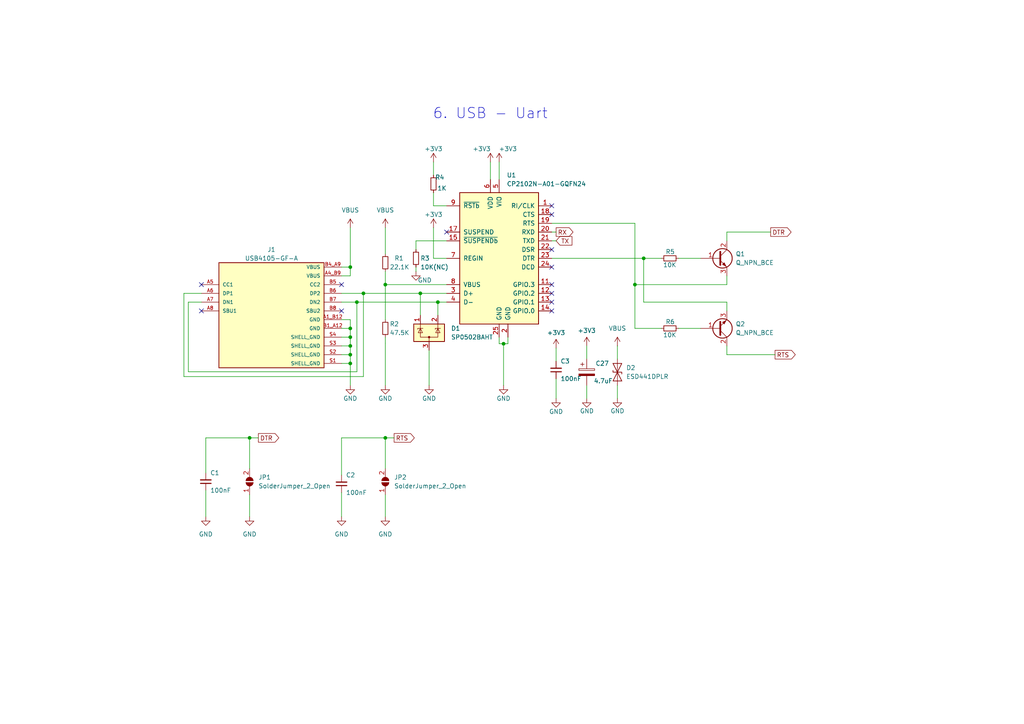
<source format=kicad_sch>
(kicad_sch
	(version 20231120)
	(generator "eeschema")
	(generator_version "8.0")
	(uuid "53765b62-6897-49b9-a1a7-9de038486084")
	(paper "A4")
	(lib_symbols
		(symbol "Device:C_Polarized"
			(pin_numbers hide)
			(pin_names
				(offset 0.254)
			)
			(exclude_from_sim no)
			(in_bom yes)
			(on_board yes)
			(property "Reference" "C"
				(at 0.635 2.54 0)
				(effects
					(font
						(size 1.27 1.27)
					)
					(justify left)
				)
			)
			(property "Value" "C_Polarized"
				(at 0.635 -2.54 0)
				(effects
					(font
						(size 1.27 1.27)
					)
					(justify left)
				)
			)
			(property "Footprint" ""
				(at 0.9652 -3.81 0)
				(effects
					(font
						(size 1.27 1.27)
					)
					(hide yes)
				)
			)
			(property "Datasheet" "~"
				(at 0 0 0)
				(effects
					(font
						(size 1.27 1.27)
					)
					(hide yes)
				)
			)
			(property "Description" "Polarized capacitor"
				(at 0 0 0)
				(effects
					(font
						(size 1.27 1.27)
					)
					(hide yes)
				)
			)
			(property "ki_keywords" "cap capacitor"
				(at 0 0 0)
				(effects
					(font
						(size 1.27 1.27)
					)
					(hide yes)
				)
			)
			(property "ki_fp_filters" "CP_*"
				(at 0 0 0)
				(effects
					(font
						(size 1.27 1.27)
					)
					(hide yes)
				)
			)
			(symbol "C_Polarized_0_1"
				(rectangle
					(start -2.286 0.508)
					(end 2.286 1.016)
					(stroke
						(width 0)
						(type default)
					)
					(fill
						(type none)
					)
				)
				(polyline
					(pts
						(xy -1.778 2.286) (xy -0.762 2.286)
					)
					(stroke
						(width 0)
						(type default)
					)
					(fill
						(type none)
					)
				)
				(polyline
					(pts
						(xy -1.27 2.794) (xy -1.27 1.778)
					)
					(stroke
						(width 0)
						(type default)
					)
					(fill
						(type none)
					)
				)
				(rectangle
					(start 2.286 -0.508)
					(end -2.286 -1.016)
					(stroke
						(width 0)
						(type default)
					)
					(fill
						(type outline)
					)
				)
			)
			(symbol "C_Polarized_1_1"
				(pin passive line
					(at 0 3.81 270)
					(length 2.794)
					(name "~"
						(effects
							(font
								(size 1.27 1.27)
							)
						)
					)
					(number "1"
						(effects
							(font
								(size 1.27 1.27)
							)
						)
					)
				)
				(pin passive line
					(at 0 -3.81 90)
					(length 2.794)
					(name "~"
						(effects
							(font
								(size 1.27 1.27)
							)
						)
					)
					(number "2"
						(effects
							(font
								(size 1.27 1.27)
							)
						)
					)
				)
			)
		)
		(symbol "Device:C_Small"
			(pin_numbers hide)
			(pin_names
				(offset 0.254) hide)
			(exclude_from_sim no)
			(in_bom yes)
			(on_board yes)
			(property "Reference" "C"
				(at 0.254 1.778 0)
				(effects
					(font
						(size 1.27 1.27)
					)
					(justify left)
				)
			)
			(property "Value" "C_Small"
				(at 0.254 -2.032 0)
				(effects
					(font
						(size 1.27 1.27)
					)
					(justify left)
				)
			)
			(property "Footprint" ""
				(at 0 0 0)
				(effects
					(font
						(size 1.27 1.27)
					)
					(hide yes)
				)
			)
			(property "Datasheet" "~"
				(at 0 0 0)
				(effects
					(font
						(size 1.27 1.27)
					)
					(hide yes)
				)
			)
			(property "Description" "Unpolarized capacitor, small symbol"
				(at 0 0 0)
				(effects
					(font
						(size 1.27 1.27)
					)
					(hide yes)
				)
			)
			(property "ki_keywords" "capacitor cap"
				(at 0 0 0)
				(effects
					(font
						(size 1.27 1.27)
					)
					(hide yes)
				)
			)
			(property "ki_fp_filters" "C_*"
				(at 0 0 0)
				(effects
					(font
						(size 1.27 1.27)
					)
					(hide yes)
				)
			)
			(symbol "C_Small_0_1"
				(polyline
					(pts
						(xy -1.524 -0.508) (xy 1.524 -0.508)
					)
					(stroke
						(width 0.3302)
						(type default)
					)
					(fill
						(type none)
					)
				)
				(polyline
					(pts
						(xy -1.524 0.508) (xy 1.524 0.508)
					)
					(stroke
						(width 0.3048)
						(type default)
					)
					(fill
						(type none)
					)
				)
			)
			(symbol "C_Small_1_1"
				(pin passive line
					(at 0 2.54 270)
					(length 2.032)
					(name "~"
						(effects
							(font
								(size 1.27 1.27)
							)
						)
					)
					(number "1"
						(effects
							(font
								(size 1.27 1.27)
							)
						)
					)
				)
				(pin passive line
					(at 0 -2.54 90)
					(length 2.032)
					(name "~"
						(effects
							(font
								(size 1.27 1.27)
							)
						)
					)
					(number "2"
						(effects
							(font
								(size 1.27 1.27)
							)
						)
					)
				)
			)
		)
		(symbol "Device:Q_NPN_BCE"
			(pin_names
				(offset 0) hide)
			(exclude_from_sim no)
			(in_bom yes)
			(on_board yes)
			(property "Reference" "Q"
				(at 5.08 1.27 0)
				(effects
					(font
						(size 1.27 1.27)
					)
					(justify left)
				)
			)
			(property "Value" "Q_NPN_BCE"
				(at 5.08 -1.27 0)
				(effects
					(font
						(size 1.27 1.27)
					)
					(justify left)
				)
			)
			(property "Footprint" ""
				(at 5.08 2.54 0)
				(effects
					(font
						(size 1.27 1.27)
					)
					(hide yes)
				)
			)
			(property "Datasheet" "~"
				(at 0 0 0)
				(effects
					(font
						(size 1.27 1.27)
					)
					(hide yes)
				)
			)
			(property "Description" "NPN transistor, base/collector/emitter"
				(at 0 0 0)
				(effects
					(font
						(size 1.27 1.27)
					)
					(hide yes)
				)
			)
			(property "ki_keywords" "transistor NPN"
				(at 0 0 0)
				(effects
					(font
						(size 1.27 1.27)
					)
					(hide yes)
				)
			)
			(symbol "Q_NPN_BCE_0_1"
				(polyline
					(pts
						(xy 0.635 0.635) (xy 2.54 2.54)
					)
					(stroke
						(width 0)
						(type default)
					)
					(fill
						(type none)
					)
				)
				(polyline
					(pts
						(xy 0.635 -0.635) (xy 2.54 -2.54) (xy 2.54 -2.54)
					)
					(stroke
						(width 0)
						(type default)
					)
					(fill
						(type none)
					)
				)
				(polyline
					(pts
						(xy 0.635 1.905) (xy 0.635 -1.905) (xy 0.635 -1.905)
					)
					(stroke
						(width 0.508)
						(type default)
					)
					(fill
						(type none)
					)
				)
				(polyline
					(pts
						(xy 1.27 -1.778) (xy 1.778 -1.27) (xy 2.286 -2.286) (xy 1.27 -1.778) (xy 1.27 -1.778)
					)
					(stroke
						(width 0)
						(type default)
					)
					(fill
						(type outline)
					)
				)
				(circle
					(center 1.27 0)
					(radius 2.8194)
					(stroke
						(width 0.254)
						(type default)
					)
					(fill
						(type none)
					)
				)
			)
			(symbol "Q_NPN_BCE_1_1"
				(pin input line
					(at -5.08 0 0)
					(length 5.715)
					(name "B"
						(effects
							(font
								(size 1.27 1.27)
							)
						)
					)
					(number "1"
						(effects
							(font
								(size 1.27 1.27)
							)
						)
					)
				)
				(pin passive line
					(at 2.54 5.08 270)
					(length 2.54)
					(name "C"
						(effects
							(font
								(size 1.27 1.27)
							)
						)
					)
					(number "2"
						(effects
							(font
								(size 1.27 1.27)
							)
						)
					)
				)
				(pin passive line
					(at 2.54 -5.08 90)
					(length 2.54)
					(name "E"
						(effects
							(font
								(size 1.27 1.27)
							)
						)
					)
					(number "3"
						(effects
							(font
								(size 1.27 1.27)
							)
						)
					)
				)
			)
		)
		(symbol "Diode:SD15_SOD323"
			(pin_numbers hide)
			(pin_names
				(offset 1.016) hide)
			(exclude_from_sim no)
			(in_bom yes)
			(on_board yes)
			(property "Reference" "D"
				(at 0 2.54 0)
				(effects
					(font
						(size 1.27 1.27)
					)
				)
			)
			(property "Value" "SD15_SOD323"
				(at 0 -2.54 0)
				(effects
					(font
						(size 1.27 1.27)
					)
				)
			)
			(property "Footprint" "Diode_SMD:D_SOD-323"
				(at 0 -5.08 0)
				(effects
					(font
						(size 1.27 1.27)
					)
					(hide yes)
				)
			)
			(property "Datasheet" "https://www.littelfuse.com/~/media/electronics/datasheets/tvs_diode_arrays/littelfuse_tvs_diode_array_sd_c_datasheet.pdf.pdf"
				(at 0 0 0)
				(effects
					(font
						(size 1.27 1.27)
					)
					(hide yes)
				)
			)
			(property "Description" "15V, 450W Discrete Bidirectional TVS Diode, SOD-323"
				(at 0 0 0)
				(effects
					(font
						(size 1.27 1.27)
					)
					(hide yes)
				)
			)
			(property "ki_keywords" "transient voltage suppressor thyrector transil"
				(at 0 0 0)
				(effects
					(font
						(size 1.27 1.27)
					)
					(hide yes)
				)
			)
			(property "ki_fp_filters" "D?SOD?323*"
				(at 0 0 0)
				(effects
					(font
						(size 1.27 1.27)
					)
					(hide yes)
				)
			)
			(symbol "SD15_SOD323_0_1"
				(polyline
					(pts
						(xy 1.27 0) (xy -1.27 0)
					)
					(stroke
						(width 0)
						(type default)
					)
					(fill
						(type none)
					)
				)
				(polyline
					(pts
						(xy -2.54 -1.27) (xy 0 0) (xy -2.54 1.27) (xy -2.54 -1.27)
					)
					(stroke
						(width 0.2032)
						(type default)
					)
					(fill
						(type none)
					)
				)
				(polyline
					(pts
						(xy 0.508 1.27) (xy 0 1.27) (xy 0 -1.27) (xy -0.508 -1.27)
					)
					(stroke
						(width 0.2032)
						(type default)
					)
					(fill
						(type none)
					)
				)
				(polyline
					(pts
						(xy 2.54 1.27) (xy 2.54 -1.27) (xy 0 0) (xy 2.54 1.27)
					)
					(stroke
						(width 0.2032)
						(type default)
					)
					(fill
						(type none)
					)
				)
			)
			(symbol "SD15_SOD323_1_1"
				(pin passive line
					(at -3.81 0 0)
					(length 2.54)
					(name "A1"
						(effects
							(font
								(size 1.27 1.27)
							)
						)
					)
					(number "1"
						(effects
							(font
								(size 1.27 1.27)
							)
						)
					)
				)
				(pin passive line
					(at 3.81 0 180)
					(length 2.54)
					(name "A2"
						(effects
							(font
								(size 1.27 1.27)
							)
						)
					)
					(number "2"
						(effects
							(font
								(size 1.27 1.27)
							)
						)
					)
				)
			)
		)
		(symbol "Jumper:SolderJumper_2_Open"
			(pin_names
				(offset 0) hide)
			(exclude_from_sim no)
			(in_bom yes)
			(on_board yes)
			(property "Reference" "JP"
				(at 0 2.032 0)
				(effects
					(font
						(size 1.27 1.27)
					)
				)
			)
			(property "Value" "SolderJumper_2_Open"
				(at 0 -2.54 0)
				(effects
					(font
						(size 1.27 1.27)
					)
				)
			)
			(property "Footprint" ""
				(at 0 0 0)
				(effects
					(font
						(size 1.27 1.27)
					)
					(hide yes)
				)
			)
			(property "Datasheet" "~"
				(at 0 0 0)
				(effects
					(font
						(size 1.27 1.27)
					)
					(hide yes)
				)
			)
			(property "Description" "Solder Jumper, 2-pole, open"
				(at 0 0 0)
				(effects
					(font
						(size 1.27 1.27)
					)
					(hide yes)
				)
			)
			(property "ki_keywords" "solder jumper SPST"
				(at 0 0 0)
				(effects
					(font
						(size 1.27 1.27)
					)
					(hide yes)
				)
			)
			(property "ki_fp_filters" "SolderJumper*Open*"
				(at 0 0 0)
				(effects
					(font
						(size 1.27 1.27)
					)
					(hide yes)
				)
			)
			(symbol "SolderJumper_2_Open_0_1"
				(arc
					(start -0.254 1.016)
					(mid -1.2655 0)
					(end -0.254 -1.016)
					(stroke
						(width 0)
						(type default)
					)
					(fill
						(type none)
					)
				)
				(arc
					(start -0.254 1.016)
					(mid -1.2655 0)
					(end -0.254 -1.016)
					(stroke
						(width 0)
						(type default)
					)
					(fill
						(type outline)
					)
				)
				(polyline
					(pts
						(xy -0.254 1.016) (xy -0.254 -1.016)
					)
					(stroke
						(width 0)
						(type default)
					)
					(fill
						(type none)
					)
				)
				(polyline
					(pts
						(xy 0.254 1.016) (xy 0.254 -1.016)
					)
					(stroke
						(width 0)
						(type default)
					)
					(fill
						(type none)
					)
				)
				(arc
					(start 0.254 -1.016)
					(mid 1.2655 0)
					(end 0.254 1.016)
					(stroke
						(width 0)
						(type default)
					)
					(fill
						(type none)
					)
				)
				(arc
					(start 0.254 -1.016)
					(mid 1.2655 0)
					(end 0.254 1.016)
					(stroke
						(width 0)
						(type default)
					)
					(fill
						(type outline)
					)
				)
			)
			(symbol "SolderJumper_2_Open_1_1"
				(pin passive line
					(at -3.81 0 0)
					(length 2.54)
					(name "A"
						(effects
							(font
								(size 1.27 1.27)
							)
						)
					)
					(number "1"
						(effects
							(font
								(size 1.27 1.27)
							)
						)
					)
				)
				(pin passive line
					(at 3.81 0 180)
					(length 2.54)
					(name "B"
						(effects
							(font
								(size 1.27 1.27)
							)
						)
					)
					(number "2"
						(effects
							(font
								(size 1.27 1.27)
							)
						)
					)
				)
			)
		)
		(symbol "PUTRocketLab_IC:CP2102N-A01-GQFN24"
			(pin_names
				(offset 1.016)
			)
			(exclude_from_sim no)
			(in_bom yes)
			(on_board yes)
			(property "Reference" "U"
				(at -5.08 22.225 0)
				(effects
					(font
						(size 1.27 1.27)
					)
					(justify right)
				)
			)
			(property "Value" "CP2102N-A01-GQFN24"
				(at -5.08 20.32 0)
				(effects
					(font
						(size 1.27 1.27)
					)
					(justify right)
				)
			)
			(property "Footprint" "Package_DFN_QFN:QFN-24-1EP_4x4mm_P0.5mm_EP2.6x2.6mm"
				(at 11.43 -20.32 0)
				(effects
					(font
						(size 1.27 1.27)
					)
					(justify left)
					(hide yes)
				)
			)
			(property "Datasheet" "https://www.silabs.com/documents/public/data-sheets/cp2102n-datasheet.pdf"
				(at 1.27 -26.67 0)
				(effects
					(font
						(size 1.27 1.27)
					)
					(hide yes)
				)
			)
			(property "Description" "USB to UART master bridge, QFN-24"
				(at 0 0 0)
				(effects
					(font
						(size 1.27 1.27)
					)
					(hide yes)
				)
			)
			(property "ki_keywords" "USB UART bridge"
				(at 0 0 0)
				(effects
					(font
						(size 1.27 1.27)
					)
					(hide yes)
				)
			)
			(property "ki_fp_filters" "QFN*4x4mm*P0.5mm*"
				(at 0 0 0)
				(effects
					(font
						(size 1.27 1.27)
					)
					(hide yes)
				)
			)
			(symbol "CP2102N-A01-GQFN24_0_1"
				(rectangle
					(start -11.43 19.05)
					(end 11.43 -19.05)
					(stroke
						(width 0.254)
						(type default)
					)
					(fill
						(type background)
					)
				)
			)
			(symbol "CP2102N-A01-GQFN24_1_1"
				(pin bidirectional line
					(at 15.24 15.24 180)
					(length 3.81)
					(name "RI/CLK"
						(effects
							(font
								(size 1.27 1.27)
							)
						)
					)
					(number "1"
						(effects
							(font
								(size 1.27 1.27)
							)
						)
					)
				)
				(pin no_connect line
					(at 10.16 -22.86 90)
					(length 3.81) hide
					(name "NC"
						(effects
							(font
								(size 1.27 1.27)
							)
						)
					)
					(number "10"
						(effects
							(font
								(size 1.27 1.27)
							)
						)
					)
				)
				(pin bidirectional line
					(at 15.24 -7.62 180)
					(length 3.81)
					(name "GPIO.3"
						(effects
							(font
								(size 1.27 1.27)
							)
						)
					)
					(number "11"
						(effects
							(font
								(size 1.27 1.27)
							)
						)
					)
				)
				(pin bidirectional line
					(at 15.24 -10.16 180)
					(length 3.81)
					(name "GPIO.2"
						(effects
							(font
								(size 1.27 1.27)
							)
						)
					)
					(number "12"
						(effects
							(font
								(size 1.27 1.27)
							)
						)
					)
				)
				(pin bidirectional line
					(at 15.24 -12.7 180)
					(length 3.81)
					(name "GPIO.1"
						(effects
							(font
								(size 1.27 1.27)
							)
						)
					)
					(number "13"
						(effects
							(font
								(size 1.27 1.27)
							)
						)
					)
				)
				(pin bidirectional line
					(at 15.24 -15.24 180)
					(length 3.81)
					(name "GPIO.0"
						(effects
							(font
								(size 1.27 1.27)
							)
						)
					)
					(number "14"
						(effects
							(font
								(size 1.27 1.27)
							)
						)
					)
				)
				(pin output line
					(at -15.24 5.08 0)
					(length 3.81)
					(name "~{SUSPENDb}"
						(effects
							(font
								(size 1.27 1.27)
							)
						)
					)
					(number "15"
						(effects
							(font
								(size 1.27 1.27)
							)
						)
					)
				)
				(pin no_connect line
					(at 7.62 -22.86 90)
					(length 3.81) hide
					(name "NC"
						(effects
							(font
								(size 1.27 1.27)
							)
						)
					)
					(number "16"
						(effects
							(font
								(size 1.27 1.27)
							)
						)
					)
				)
				(pin output line
					(at -15.24 7.62 0)
					(length 3.81)
					(name "SUSPEND"
						(effects
							(font
								(size 1.27 1.27)
							)
						)
					)
					(number "17"
						(effects
							(font
								(size 1.27 1.27)
							)
						)
					)
				)
				(pin input line
					(at 15.24 12.7 180)
					(length 3.81)
					(name "CTS"
						(effects
							(font
								(size 1.27 1.27)
							)
						)
					)
					(number "18"
						(effects
							(font
								(size 1.27 1.27)
							)
						)
					)
				)
				(pin output line
					(at 15.24 10.16 180)
					(length 3.81)
					(name "RTS"
						(effects
							(font
								(size 1.27 1.27)
							)
						)
					)
					(number "19"
						(effects
							(font
								(size 1.27 1.27)
							)
						)
					)
				)
				(pin power_in line
					(at 2.54 -22.86 90)
					(length 3.81)
					(name "GND"
						(effects
							(font
								(size 1.27 1.27)
							)
						)
					)
					(number "2"
						(effects
							(font
								(size 1.27 1.27)
							)
						)
					)
				)
				(pin input line
					(at 15.24 7.62 180)
					(length 3.81)
					(name "RXD"
						(effects
							(font
								(size 1.27 1.27)
							)
						)
					)
					(number "20"
						(effects
							(font
								(size 1.27 1.27)
							)
						)
					)
				)
				(pin output line
					(at 15.24 5.08 180)
					(length 3.81)
					(name "TXD"
						(effects
							(font
								(size 1.27 1.27)
							)
						)
					)
					(number "21"
						(effects
							(font
								(size 1.27 1.27)
							)
						)
					)
				)
				(pin input line
					(at 15.24 2.54 180)
					(length 3.81)
					(name "DSR"
						(effects
							(font
								(size 1.27 1.27)
							)
						)
					)
					(number "22"
						(effects
							(font
								(size 1.27 1.27)
							)
						)
					)
				)
				(pin output line
					(at 15.24 0 180)
					(length 3.81)
					(name "DTR"
						(effects
							(font
								(size 1.27 1.27)
							)
						)
					)
					(number "23"
						(effects
							(font
								(size 1.27 1.27)
							)
						)
					)
				)
				(pin input line
					(at 15.24 -2.54 180)
					(length 3.81)
					(name "DCD"
						(effects
							(font
								(size 1.27 1.27)
							)
						)
					)
					(number "24"
						(effects
							(font
								(size 1.27 1.27)
							)
						)
					)
				)
				(pin power_in line
					(at 0 -22.86 90)
					(length 3.81)
					(name "GND"
						(effects
							(font
								(size 1.27 1.27)
							)
						)
					)
					(number "25"
						(effects
							(font
								(size 1.27 1.27)
							)
						)
					)
				)
				(pin bidirectional line
					(at -15.24 -10.16 0)
					(length 3.81)
					(name "D+"
						(effects
							(font
								(size 1.27 1.27)
							)
						)
					)
					(number "3"
						(effects
							(font
								(size 1.27 1.27)
							)
						)
					)
				)
				(pin bidirectional line
					(at -15.24 -12.7 0)
					(length 3.81)
					(name "D-"
						(effects
							(font
								(size 1.27 1.27)
							)
						)
					)
					(number "4"
						(effects
							(font
								(size 1.27 1.27)
							)
						)
					)
				)
				(pin power_in line
					(at 0 22.86 270)
					(length 3.81)
					(name "VIO"
						(effects
							(font
								(size 1.27 1.27)
							)
						)
					)
					(number "5"
						(effects
							(font
								(size 1.27 1.27)
							)
						)
					)
				)
				(pin power_in line
					(at -2.54 22.86 270)
					(length 3.81)
					(name "VDD"
						(effects
							(font
								(size 1.27 1.27)
							)
						)
					)
					(number "6"
						(effects
							(font
								(size 1.27 1.27)
							)
						)
					)
				)
				(pin power_in line
					(at -15.24 0 0)
					(length 3.81)
					(name "REGIN"
						(effects
							(font
								(size 1.27 1.27)
							)
						)
					)
					(number "7"
						(effects
							(font
								(size 1.27 1.27)
							)
						)
					)
				)
				(pin input line
					(at -15.24 -7.62 0)
					(length 3.81)
					(name "VBUS"
						(effects
							(font
								(size 1.27 1.27)
							)
						)
					)
					(number "8"
						(effects
							(font
								(size 1.27 1.27)
							)
						)
					)
				)
				(pin input line
					(at -15.24 15.24 0)
					(length 3.81)
					(name "~{RSTb}"
						(effects
							(font
								(size 1.27 1.27)
							)
						)
					)
					(number "9"
						(effects
							(font
								(size 1.27 1.27)
							)
						)
					)
				)
			)
		)
		(symbol "PUTRocketLab_connectors:USB4105-GF-A"
			(pin_names
				(offset 1.016)
			)
			(exclude_from_sim no)
			(in_bom yes)
			(on_board yes)
			(property "Reference" "J?"
				(at 0 17.78 0)
				(effects
					(font
						(size 1.27 1.27)
					)
				)
			)
			(property "Value" "USB4105-GF-A"
				(at 0 15.24 0)
				(effects
					(font
						(size 1.27 1.27)
					)
				)
			)
			(property "Footprint" "PUTRocketLab_other:GCT_USB4105-GF-A"
				(at 0 0 0)
				(effects
					(font
						(size 1.27 1.27)
					)
					(justify left bottom)
					(hide yes)
				)
			)
			(property "Datasheet" ""
				(at 0 0 0)
				(effects
					(font
						(size 1.27 1.27)
					)
					(justify left bottom)
					(hide yes)
				)
			)
			(property "Description" ""
				(at 0 0 0)
				(effects
					(font
						(size 1.27 1.27)
					)
					(hide yes)
				)
			)
			(property "MAXIMUM_PACKAGE_HEIGHT" "3.31 mm"
				(at 0 0 0)
				(effects
					(font
						(size 1.27 1.27)
					)
					(justify left bottom)
					(hide yes)
				)
			)
			(property "MANUFACTURER" "GCT"
				(at 0 0 0)
				(effects
					(font
						(size 1.27 1.27)
					)
					(justify left bottom)
					(hide yes)
				)
			)
			(property "PARTREV" "A3"
				(at 0 0 0)
				(effects
					(font
						(size 1.27 1.27)
					)
					(justify left bottom)
					(hide yes)
				)
			)
			(property "STANDARD" "Manufacturer Recommendations"
				(at 0 0 0)
				(effects
					(font
						(size 1.27 1.27)
					)
					(justify left bottom)
					(hide yes)
				)
			)
			(property "ki_locked" ""
				(at 0 0 0)
				(effects
					(font
						(size 1.27 1.27)
					)
				)
			)
			(symbol "USB4105-GF-A_0_0"
				(rectangle
					(start -15.24 11.43)
					(end 15.24 -19.05)
					(stroke
						(width 0.254)
						(type default)
					)
					(fill
						(type background)
					)
				)
				(pin power_in line
					(at 20.32 -5.08 180)
					(length 5.08)
					(name "GND"
						(effects
							(font
								(size 1.016 1.016)
							)
						)
					)
					(number "A1_B12"
						(effects
							(font
								(size 1.016 1.016)
							)
						)
					)
				)
				(pin power_in line
					(at 20.32 7.62 180)
					(length 5.08)
					(name "VBUS"
						(effects
							(font
								(size 1.016 1.016)
							)
						)
					)
					(number "A4_B9"
						(effects
							(font
								(size 1.016 1.016)
							)
						)
					)
				)
				(pin bidirectional line
					(at -20.32 5.08 0)
					(length 5.08)
					(name "CC1"
						(effects
							(font
								(size 1.016 1.016)
							)
						)
					)
					(number "A5"
						(effects
							(font
								(size 1.016 1.016)
							)
						)
					)
				)
				(pin bidirectional line
					(at -20.32 2.54 0)
					(length 5.08)
					(name "DP1"
						(effects
							(font
								(size 1.016 1.016)
							)
						)
					)
					(number "A6"
						(effects
							(font
								(size 1.016 1.016)
							)
						)
					)
				)
				(pin bidirectional line
					(at -20.32 0 0)
					(length 5.08)
					(name "DN1"
						(effects
							(font
								(size 1.016 1.016)
							)
						)
					)
					(number "A7"
						(effects
							(font
								(size 1.016 1.016)
							)
						)
					)
				)
				(pin bidirectional line
					(at -20.32 -2.54 0)
					(length 5.08)
					(name "SBU1"
						(effects
							(font
								(size 1.016 1.016)
							)
						)
					)
					(number "A8"
						(effects
							(font
								(size 1.016 1.016)
							)
						)
					)
				)
				(pin power_in line
					(at 20.32 -7.62 180)
					(length 5.08)
					(name "GND"
						(effects
							(font
								(size 1.016 1.016)
							)
						)
					)
					(number "B1_A12"
						(effects
							(font
								(size 1.016 1.016)
							)
						)
					)
				)
				(pin power_in line
					(at 20.32 10.16 180)
					(length 5.08)
					(name "VBUS"
						(effects
							(font
								(size 1.016 1.016)
							)
						)
					)
					(number "B4_A9"
						(effects
							(font
								(size 1.016 1.016)
							)
						)
					)
				)
				(pin bidirectional line
					(at 20.32 5.08 180)
					(length 5.08)
					(name "CC2"
						(effects
							(font
								(size 1.016 1.016)
							)
						)
					)
					(number "B5"
						(effects
							(font
								(size 1.016 1.016)
							)
						)
					)
				)
				(pin bidirectional line
					(at 20.32 2.54 180)
					(length 5.08)
					(name "DP2"
						(effects
							(font
								(size 1.016 1.016)
							)
						)
					)
					(number "B6"
						(effects
							(font
								(size 1.016 1.016)
							)
						)
					)
				)
				(pin bidirectional line
					(at 20.32 0 180)
					(length 5.08)
					(name "DN2"
						(effects
							(font
								(size 1.016 1.016)
							)
						)
					)
					(number "B7"
						(effects
							(font
								(size 1.016 1.016)
							)
						)
					)
				)
				(pin bidirectional line
					(at 20.32 -2.54 180)
					(length 5.08)
					(name "SBU2"
						(effects
							(font
								(size 1.016 1.016)
							)
						)
					)
					(number "B8"
						(effects
							(font
								(size 1.016 1.016)
							)
						)
					)
				)
				(pin power_in line
					(at 20.32 -17.78 180)
					(length 5.08)
					(name "SHELL_GND"
						(effects
							(font
								(size 1.016 1.016)
							)
						)
					)
					(number "S1"
						(effects
							(font
								(size 1.016 1.016)
							)
						)
					)
				)
				(pin power_in line
					(at 20.32 -15.24 180)
					(length 5.08)
					(name "SHELL_GND"
						(effects
							(font
								(size 1.016 1.016)
							)
						)
					)
					(number "S2"
						(effects
							(font
								(size 1.016 1.016)
							)
						)
					)
				)
				(pin power_in line
					(at 20.32 -12.7 180)
					(length 5.08)
					(name "SHELL_GND"
						(effects
							(font
								(size 1.016 1.016)
							)
						)
					)
					(number "S3"
						(effects
							(font
								(size 1.016 1.016)
							)
						)
					)
				)
				(pin power_in line
					(at 20.32 -10.16 180)
					(length 5.08)
					(name "SHELL_GND"
						(effects
							(font
								(size 1.016 1.016)
							)
						)
					)
					(number "S4"
						(effects
							(font
								(size 1.016 1.016)
							)
						)
					)
				)
			)
		)
		(symbol "PUTRocketLab_power:GND"
			(power)
			(pin_names
				(offset 0)
			)
			(exclude_from_sim no)
			(in_bom yes)
			(on_board yes)
			(property "Reference" "#PWR"
				(at 0 -6.35 0)
				(effects
					(font
						(size 1.27 1.27)
					)
					(hide yes)
				)
			)
			(property "Value" "GND"
				(at 0 -3.81 0)
				(effects
					(font
						(size 1.27 1.27)
					)
				)
			)
			(property "Footprint" ""
				(at 0 0 0)
				(effects
					(font
						(size 1.27 1.27)
					)
					(hide yes)
				)
			)
			(property "Datasheet" ""
				(at 0 0 0)
				(effects
					(font
						(size 1.27 1.27)
					)
					(hide yes)
				)
			)
			(property "Description" "Power symbol creates a global label with name \"GND\" , ground"
				(at 0 0 0)
				(effects
					(font
						(size 1.27 1.27)
					)
					(hide yes)
				)
			)
			(property "ki_keywords" "power-flag"
				(at 0 0 0)
				(effects
					(font
						(size 1.27 1.27)
					)
					(hide yes)
				)
			)
			(symbol "GND_0_1"
				(polyline
					(pts
						(xy 0 0) (xy 0 -1.27) (xy 1.27 -1.27) (xy 0 -2.54) (xy -1.27 -1.27) (xy 0 -1.27)
					)
					(stroke
						(width 0)
						(type default)
					)
					(fill
						(type none)
					)
				)
			)
			(symbol "GND_1_1"
				(pin power_in line
					(at 0 0 270)
					(length 0) hide
					(name "GND"
						(effects
							(font
								(size 1.27 1.27)
							)
						)
					)
					(number "1"
						(effects
							(font
								(size 1.27 1.27)
							)
						)
					)
				)
			)
		)
		(symbol "Power_Protection:SP0502BAHT"
			(pin_names hide)
			(exclude_from_sim no)
			(in_bom yes)
			(on_board yes)
			(property "Reference" "D"
				(at 5.715 2.54 0)
				(effects
					(font
						(size 1.27 1.27)
					)
					(justify left)
				)
			)
			(property "Value" "SP0502BAHT"
				(at 5.715 0.635 0)
				(effects
					(font
						(size 1.27 1.27)
					)
					(justify left)
				)
			)
			(property "Footprint" "Package_TO_SOT_SMD:SOT-23"
				(at 5.715 -1.27 0)
				(effects
					(font
						(size 1.27 1.27)
					)
					(justify left)
					(hide yes)
				)
			)
			(property "Datasheet" "http://www.littelfuse.com/~/media/files/littelfuse/technical%20resources/documents/data%20sheets/sp05xxba.pdf"
				(at 3.175 3.175 0)
				(effects
					(font
						(size 1.27 1.27)
					)
					(hide yes)
				)
			)
			(property "Description" "TVS Diode Array, 5.5V Standoff, 2 Channels, SOT-23 package"
				(at 0 0 0)
				(effects
					(font
						(size 1.27 1.27)
					)
					(hide yes)
				)
			)
			(property "ki_keywords" "usb esd protection suppression transient"
				(at 0 0 0)
				(effects
					(font
						(size 1.27 1.27)
					)
					(hide yes)
				)
			)
			(property "ki_fp_filters" "SOT?23*"
				(at 0 0 0)
				(effects
					(font
						(size 1.27 1.27)
					)
					(hide yes)
				)
			)
			(symbol "SP0502BAHT_0_0"
				(pin passive line
					(at 0 -5.08 90)
					(length 2.54)
					(name "A"
						(effects
							(font
								(size 1.27 1.27)
							)
						)
					)
					(number "3"
						(effects
							(font
								(size 1.27 1.27)
							)
						)
					)
				)
			)
			(symbol "SP0502BAHT_0_1"
				(rectangle
					(start -4.445 2.54)
					(end 4.445 -2.54)
					(stroke
						(width 0.254)
						(type default)
					)
					(fill
						(type background)
					)
				)
				(circle
					(center 0 -1.27)
					(radius 0.254)
					(stroke
						(width 0)
						(type default)
					)
					(fill
						(type outline)
					)
				)
				(polyline
					(pts
						(xy -2.54 2.54) (xy -2.54 1.27)
					)
					(stroke
						(width 0)
						(type default)
					)
					(fill
						(type none)
					)
				)
				(polyline
					(pts
						(xy 0 -1.27) (xy 0 -2.54)
					)
					(stroke
						(width 0)
						(type default)
					)
					(fill
						(type none)
					)
				)
				(polyline
					(pts
						(xy 2.54 2.54) (xy 2.54 1.27)
					)
					(stroke
						(width 0)
						(type default)
					)
					(fill
						(type none)
					)
				)
				(polyline
					(pts
						(xy -3.302 1.016) (xy -3.302 1.27) (xy -1.905 1.27) (xy -1.778 1.27)
					)
					(stroke
						(width 0)
						(type default)
					)
					(fill
						(type none)
					)
				)
				(polyline
					(pts
						(xy -2.54 1.27) (xy -2.54 -1.27) (xy 2.54 -1.27) (xy 2.54 1.27)
					)
					(stroke
						(width 0)
						(type default)
					)
					(fill
						(type none)
					)
				)
				(polyline
					(pts
						(xy -2.54 1.27) (xy -1.905 0) (xy -3.175 0) (xy -2.54 1.27)
					)
					(stroke
						(width 0)
						(type default)
					)
					(fill
						(type none)
					)
				)
				(polyline
					(pts
						(xy 1.778 1.016) (xy 1.778 1.27) (xy 3.175 1.27) (xy 3.302 1.27)
					)
					(stroke
						(width 0)
						(type default)
					)
					(fill
						(type none)
					)
				)
				(polyline
					(pts
						(xy 2.54 1.27) (xy 1.905 0) (xy 3.175 0) (xy 2.54 1.27)
					)
					(stroke
						(width 0)
						(type default)
					)
					(fill
						(type none)
					)
				)
			)
			(symbol "SP0502BAHT_1_1"
				(pin passive line
					(at -2.54 5.08 270)
					(length 2.54)
					(name "K"
						(effects
							(font
								(size 1.27 1.27)
							)
						)
					)
					(number "1"
						(effects
							(font
								(size 1.27 1.27)
							)
						)
					)
				)
				(pin passive line
					(at 2.54 5.08 270)
					(length 2.54)
					(name "K"
						(effects
							(font
								(size 1.27 1.27)
							)
						)
					)
					(number "2"
						(effects
							(font
								(size 1.27 1.27)
							)
						)
					)
				)
			)
		)
		(symbol "PutRocketLab_RCL:R_Small"
			(pin_numbers hide)
			(pin_names
				(offset 0.254) hide)
			(exclude_from_sim no)
			(in_bom yes)
			(on_board yes)
			(property "Reference" "R"
				(at 0.762 0.508 0)
				(effects
					(font
						(size 1.27 1.27)
					)
					(justify left)
				)
			)
			(property "Value" "R_Small"
				(at 0.762 -1.016 0)
				(effects
					(font
						(size 1.27 1.27)
					)
					(justify left)
				)
			)
			(property "Footprint" ""
				(at 0 0 0)
				(effects
					(font
						(size 1.27 1.27)
					)
					(hide yes)
				)
			)
			(property "Datasheet" "~"
				(at 0 0 0)
				(effects
					(font
						(size 1.27 1.27)
					)
					(hide yes)
				)
			)
			(property "Description" "Resistor, small symbol"
				(at 0 0 0)
				(effects
					(font
						(size 1.27 1.27)
					)
					(hide yes)
				)
			)
			(property "ki_keywords" "R resistor"
				(at 0 0 0)
				(effects
					(font
						(size 1.27 1.27)
					)
					(hide yes)
				)
			)
			(property "ki_fp_filters" "R_*"
				(at 0 0 0)
				(effects
					(font
						(size 1.27 1.27)
					)
					(hide yes)
				)
			)
			(symbol "R_Small_0_1"
				(rectangle
					(start -0.762 1.778)
					(end 0.762 -1.778)
					(stroke
						(width 0.2032)
						(type default)
					)
					(fill
						(type none)
					)
				)
			)
			(symbol "R_Small_1_1"
				(pin passive line
					(at 0 2.54 270)
					(length 0.762)
					(name "~"
						(effects
							(font
								(size 1.27 1.27)
							)
						)
					)
					(number "1"
						(effects
							(font
								(size 1.27 1.27)
							)
						)
					)
				)
				(pin passive line
					(at 0 -2.54 90)
					(length 0.762)
					(name "~"
						(effects
							(font
								(size 1.27 1.27)
							)
						)
					)
					(number "2"
						(effects
							(font
								(size 1.27 1.27)
							)
						)
					)
				)
			)
		)
		(symbol "gnd:GND"
			(power)
			(pin_names
				(offset 0)
			)
			(exclude_from_sim no)
			(in_bom yes)
			(on_board yes)
			(property "Reference" "#PWR"
				(at 0 -6.35 0)
				(effects
					(font
						(size 1.27 1.27)
					)
					(hide yes)
				)
			)
			(property "Value" "GND"
				(at 0 -3.81 0)
				(effects
					(font
						(size 1.27 1.27)
					)
				)
			)
			(property "Footprint" ""
				(at 0 0 0)
				(effects
					(font
						(size 1.27 1.27)
					)
					(hide yes)
				)
			)
			(property "Datasheet" ""
				(at 0 0 0)
				(effects
					(font
						(size 1.27 1.27)
					)
					(hide yes)
				)
			)
			(property "Description" "Power symbol creates a global label with name \"GND\" , ground"
				(at 0 0 0)
				(effects
					(font
						(size 1.27 1.27)
					)
					(hide yes)
				)
			)
			(property "ki_keywords" "power-flag"
				(at 0 0 0)
				(effects
					(font
						(size 1.27 1.27)
					)
					(hide yes)
				)
			)
			(symbol "GND_0_1"
				(polyline
					(pts
						(xy 0 0) (xy 0 -1.27) (xy 1.27 -1.27) (xy 0 -2.54) (xy -1.27 -1.27) (xy 0 -1.27)
					)
					(stroke
						(width 0)
						(type default)
					)
					(fill
						(type none)
					)
				)
			)
			(symbol "GND_1_1"
				(pin power_in line
					(at 0 0 270)
					(length 0) hide
					(name "GND"
						(effects
							(font
								(size 1.27 1.27)
							)
						)
					)
					(number "1"
						(effects
							(font
								(size 1.27 1.27)
							)
						)
					)
				)
			)
		)
		(symbol "power:+3.3V"
			(power)
			(pin_names
				(offset 0)
			)
			(exclude_from_sim no)
			(in_bom yes)
			(on_board yes)
			(property "Reference" "#PWR"
				(at 0 -3.81 0)
				(effects
					(font
						(size 1.27 1.27)
					)
					(hide yes)
				)
			)
			(property "Value" "+3.3V"
				(at 0 3.556 0)
				(effects
					(font
						(size 1.27 1.27)
					)
				)
			)
			(property "Footprint" ""
				(at 0 0 0)
				(effects
					(font
						(size 1.27 1.27)
					)
					(hide yes)
				)
			)
			(property "Datasheet" ""
				(at 0 0 0)
				(effects
					(font
						(size 1.27 1.27)
					)
					(hide yes)
				)
			)
			(property "Description" "Power symbol creates a global label with name \"+3.3V\""
				(at 0 0 0)
				(effects
					(font
						(size 1.27 1.27)
					)
					(hide yes)
				)
			)
			(property "ki_keywords" "power-flag"
				(at 0 0 0)
				(effects
					(font
						(size 1.27 1.27)
					)
					(hide yes)
				)
			)
			(symbol "+3.3V_0_1"
				(polyline
					(pts
						(xy -0.762 1.27) (xy 0 2.54)
					)
					(stroke
						(width 0)
						(type default)
					)
					(fill
						(type none)
					)
				)
				(polyline
					(pts
						(xy 0 0) (xy 0 2.54)
					)
					(stroke
						(width 0)
						(type default)
					)
					(fill
						(type none)
					)
				)
				(polyline
					(pts
						(xy 0 2.54) (xy 0.762 1.27)
					)
					(stroke
						(width 0)
						(type default)
					)
					(fill
						(type none)
					)
				)
			)
			(symbol "+3.3V_1_1"
				(pin power_in line
					(at 0 0 90)
					(length 0) hide
					(name "+3V3"
						(effects
							(font
								(size 1.27 1.27)
							)
						)
					)
					(number "1"
						(effects
							(font
								(size 1.27 1.27)
							)
						)
					)
				)
			)
		)
		(symbol "power:GND"
			(power)
			(pin_names
				(offset 0)
			)
			(exclude_from_sim no)
			(in_bom yes)
			(on_board yes)
			(property "Reference" "#PWR"
				(at 0 -6.35 0)
				(effects
					(font
						(size 1.27 1.27)
					)
					(hide yes)
				)
			)
			(property "Value" "GND"
				(at 0 -3.81 0)
				(effects
					(font
						(size 1.27 1.27)
					)
				)
			)
			(property "Footprint" ""
				(at 0 0 0)
				(effects
					(font
						(size 1.27 1.27)
					)
					(hide yes)
				)
			)
			(property "Datasheet" ""
				(at 0 0 0)
				(effects
					(font
						(size 1.27 1.27)
					)
					(hide yes)
				)
			)
			(property "Description" "Power symbol creates a global label with name \"GND\" , ground"
				(at 0 0 0)
				(effects
					(font
						(size 1.27 1.27)
					)
					(hide yes)
				)
			)
			(property "ki_keywords" "power-flag"
				(at 0 0 0)
				(effects
					(font
						(size 1.27 1.27)
					)
					(hide yes)
				)
			)
			(symbol "GND_0_1"
				(polyline
					(pts
						(xy 0 0) (xy 0 -1.27) (xy 1.27 -1.27) (xy 0 -2.54) (xy -1.27 -1.27) (xy 0 -1.27)
					)
					(stroke
						(width 0)
						(type default)
					)
					(fill
						(type none)
					)
				)
			)
			(symbol "GND_1_1"
				(pin power_in line
					(at 0 0 270)
					(length 0) hide
					(name "GND"
						(effects
							(font
								(size 1.27 1.27)
							)
						)
					)
					(number "1"
						(effects
							(font
								(size 1.27 1.27)
							)
						)
					)
				)
			)
		)
		(symbol "power:VBUS"
			(power)
			(pin_numbers hide)
			(pin_names
				(offset 0) hide)
			(exclude_from_sim no)
			(in_bom yes)
			(on_board yes)
			(property "Reference" "#PWR"
				(at 0 -3.81 0)
				(effects
					(font
						(size 1.27 1.27)
					)
					(hide yes)
				)
			)
			(property "Value" "VBUS"
				(at 0 3.556 0)
				(effects
					(font
						(size 1.27 1.27)
					)
				)
			)
			(property "Footprint" ""
				(at 0 0 0)
				(effects
					(font
						(size 1.27 1.27)
					)
					(hide yes)
				)
			)
			(property "Datasheet" ""
				(at 0 0 0)
				(effects
					(font
						(size 1.27 1.27)
					)
					(hide yes)
				)
			)
			(property "Description" "Power symbol creates a global label with name \"VBUS\""
				(at 0 0 0)
				(effects
					(font
						(size 1.27 1.27)
					)
					(hide yes)
				)
			)
			(property "ki_keywords" "global power"
				(at 0 0 0)
				(effects
					(font
						(size 1.27 1.27)
					)
					(hide yes)
				)
			)
			(symbol "VBUS_0_1"
				(polyline
					(pts
						(xy -0.762 1.27) (xy 0 2.54)
					)
					(stroke
						(width 0)
						(type default)
					)
					(fill
						(type none)
					)
				)
				(polyline
					(pts
						(xy 0 0) (xy 0 2.54)
					)
					(stroke
						(width 0)
						(type default)
					)
					(fill
						(type none)
					)
				)
				(polyline
					(pts
						(xy 0 2.54) (xy 0.762 1.27)
					)
					(stroke
						(width 0)
						(type default)
					)
					(fill
						(type none)
					)
				)
			)
			(symbol "VBUS_1_1"
				(pin power_in line
					(at 0 0 90)
					(length 0)
					(name "~"
						(effects
							(font
								(size 1.27 1.27)
							)
						)
					)
					(number "1"
						(effects
							(font
								(size 1.27 1.27)
							)
						)
					)
				)
			)
		)
	)
	(junction
		(at 72.39 127)
		(diameter 0)
		(color 0 0 0 0)
		(uuid "04afbf44-fa8b-42dc-93a5-6bac0cab532c")
	)
	(junction
		(at 101.6 95.25)
		(diameter 0)
		(color 0 0 0 0)
		(uuid "0e5d2a1d-ae50-4454-b4e0-ea955f9dc7bc")
	)
	(junction
		(at 101.6 100.33)
		(diameter 0)
		(color 0 0 0 0)
		(uuid "215a79b3-e5ed-446d-b8ce-d5bfa812506d")
	)
	(junction
		(at 186.69 74.93)
		(diameter 0)
		(color 0 0 0 0)
		(uuid "2e485017-20b7-4550-ab25-d01644d94864")
	)
	(junction
		(at 101.6 77.47)
		(diameter 0)
		(color 0 0 0 0)
		(uuid "386d9e43-6473-4afe-b9e7-fd9459f78709")
	)
	(junction
		(at 127 87.63)
		(diameter 0)
		(color 0 0 0 0)
		(uuid "521cde55-f9c9-4e53-a898-651bf2e8a7c5")
	)
	(junction
		(at 121.92 85.09)
		(diameter 0)
		(color 0 0 0 0)
		(uuid "624ed71f-e513-4871-bdef-cef3d0456723")
	)
	(junction
		(at 146.05 99.695)
		(diameter 0)
		(color 0 0 0 0)
		(uuid "96f5d0b6-2db8-49f7-97e4-b8924ce6dc74")
	)
	(junction
		(at 101.6 102.87)
		(diameter 0)
		(color 0 0 0 0)
		(uuid "a0d184ff-9b38-4f62-98c7-f6d6048e83fb")
	)
	(junction
		(at 101.6 97.79)
		(diameter 0)
		(color 0 0 0 0)
		(uuid "ac06bbba-6251-4ff4-8ddf-52b35241eef8")
	)
	(junction
		(at 111.76 82.55)
		(diameter 0)
		(color 0 0 0 0)
		(uuid "ac53e038-3015-4502-acf8-517df11075f1")
	)
	(junction
		(at 184.15 82.55)
		(diameter 0)
		(color 0 0 0 0)
		(uuid "b7a7891f-a040-480a-8238-8eb8b781e02c")
	)
	(junction
		(at 103.505 87.63)
		(diameter 0)
		(color 0 0 0 0)
		(uuid "bbb6823c-a0a8-41c6-9c66-c808e9a5d344")
	)
	(junction
		(at 101.6 105.41)
		(diameter 0)
		(color 0 0 0 0)
		(uuid "c0517469-53d7-4eb7-a13d-4351c81c2329")
	)
	(junction
		(at 105.41 85.09)
		(diameter 0)
		(color 0 0 0 0)
		(uuid "c9ef262d-d5a8-4a5f-8c09-9d00bca5934b")
	)
	(junction
		(at 111.76 127)
		(diameter 0)
		(color 0 0 0 0)
		(uuid "fcbeb7da-3eff-44e7-9375-e59a915264c1")
	)
	(no_connect
		(at 160.02 87.63)
		(uuid "1415b696-571a-44ce-bd48-77f75a4651f3")
	)
	(no_connect
		(at 160.02 62.23)
		(uuid "1cfa0f7c-2e20-4325-b7d8-a4be222d559a")
	)
	(no_connect
		(at 160.02 59.69)
		(uuid "2ecb7e70-ca0c-49b8-980d-74f9b46ae652")
	)
	(no_connect
		(at 160.02 77.47)
		(uuid "389a5498-e35b-492f-8378-8b96c6e5cc1f")
	)
	(no_connect
		(at 160.02 72.39)
		(uuid "5dc44d19-3963-4228-b773-bf3b8bc67749")
	)
	(no_connect
		(at 129.54 67.31)
		(uuid "60e4e3b3-043c-4407-9a8e-425c1490f292")
	)
	(no_connect
		(at 99.06 82.55)
		(uuid "80789f32-0cd1-4a16-a51a-abfea201191c")
	)
	(no_connect
		(at 58.42 90.17)
		(uuid "818c87a2-2adc-48c2-828b-1e9a76776cc1")
	)
	(no_connect
		(at 58.42 82.55)
		(uuid "a73bc292-6f9d-4eea-9726-356edc878ebc")
	)
	(no_connect
		(at 99.06 90.17)
		(uuid "a7ab409e-ce82-472e-a7e1-9cfd9ee0cb8e")
	)
	(no_connect
		(at 160.02 85.09)
		(uuid "b4b42565-9d63-48be-b4f3-e73d94fb1d6b")
	)
	(no_connect
		(at 160.02 82.55)
		(uuid "ee0d8072-75e9-4ca1-bc70-0407d828de45")
	)
	(no_connect
		(at 160.02 90.17)
		(uuid "fb0211cd-6553-449f-b73b-4f179c5f3411")
	)
	(wire
		(pts
			(xy 111.76 78.74) (xy 111.76 82.55)
		)
		(stroke
			(width 0)
			(type default)
		)
		(uuid "0466df65-5eb6-4401-995b-6e8816966fe2")
	)
	(wire
		(pts
			(xy 184.15 82.55) (xy 184.15 95.25)
		)
		(stroke
			(width 0)
			(type default)
		)
		(uuid "052981c6-62e5-474a-85d4-5a57263138f1")
	)
	(wire
		(pts
			(xy 99.06 95.25) (xy 101.6 95.25)
		)
		(stroke
			(width 0)
			(type default)
		)
		(uuid "060d30c5-5b57-4491-ba32-1f576cab34ad")
	)
	(wire
		(pts
			(xy 127 87.63) (xy 127 91.44)
		)
		(stroke
			(width 0)
			(type default)
		)
		(uuid "090f8652-66b2-4328-b996-fb0fea63f62b")
	)
	(wire
		(pts
			(xy 101.6 97.79) (xy 101.6 100.33)
		)
		(stroke
			(width 0)
			(type default)
		)
		(uuid "0a994742-0f33-4ee8-81d1-bc7788bba3b2")
	)
	(wire
		(pts
			(xy 121.92 85.09) (xy 129.54 85.09)
		)
		(stroke
			(width 0)
			(type default)
		)
		(uuid "0a9ee60c-75ef-499c-b849-fbb536ded082")
	)
	(wire
		(pts
			(xy 111.76 66.04) (xy 111.76 73.66)
		)
		(stroke
			(width 0)
			(type default)
		)
		(uuid "11494921-d581-4d36-a406-14af702c66ca")
	)
	(wire
		(pts
			(xy 53.34 109.22) (xy 53.34 85.09)
		)
		(stroke
			(width 0)
			(type default)
		)
		(uuid "124e049f-346b-47c1-8da9-51bc98ca2c35")
	)
	(wire
		(pts
			(xy 59.69 127) (xy 59.69 137.16)
		)
		(stroke
			(width 0)
			(type default)
		)
		(uuid "19e6648e-9152-4bb0-bf79-f893dce73473")
	)
	(wire
		(pts
			(xy 72.39 135.89) (xy 72.39 127)
		)
		(stroke
			(width 0)
			(type default)
		)
		(uuid "1b43fb35-8bcb-4355-b39e-d1eafd0ec964")
	)
	(wire
		(pts
			(xy 99.06 105.41) (xy 101.6 105.41)
		)
		(stroke
			(width 0)
			(type default)
		)
		(uuid "1bdfd7c2-2952-4d5c-a71e-fcc78e88d90e")
	)
	(wire
		(pts
			(xy 101.6 92.71) (xy 101.6 95.25)
		)
		(stroke
			(width 0)
			(type default)
		)
		(uuid "1d62dca7-56f1-443a-84e4-675c26d93d26")
	)
	(wire
		(pts
			(xy 99.06 80.01) (xy 101.6 80.01)
		)
		(stroke
			(width 0)
			(type default)
		)
		(uuid "1fd889a3-52f3-4b64-a671-63cf37132cc3")
	)
	(wire
		(pts
			(xy 161.29 69.85) (xy 160.02 69.85)
		)
		(stroke
			(width 0)
			(type default)
		)
		(uuid "22f36c19-6ba3-4f4c-8530-6aececb194bb")
	)
	(wire
		(pts
			(xy 161.29 115.57) (xy 161.29 109.855)
		)
		(stroke
			(width 0)
			(type default)
		)
		(uuid "24c69b23-da53-4731-8c06-f586fa040f20")
	)
	(wire
		(pts
			(xy 161.29 67.31) (xy 160.02 67.31)
		)
		(stroke
			(width 0)
			(type default)
		)
		(uuid "26c4dcc0-4906-4b98-9020-7b6d847e3593")
	)
	(wire
		(pts
			(xy 144.78 97.79) (xy 144.78 99.695)
		)
		(stroke
			(width 0)
			(type default)
		)
		(uuid "2bb597ac-21e7-4226-a00c-e9c0d79c9b45")
	)
	(wire
		(pts
			(xy 129.54 74.93) (xy 125.73 74.93)
		)
		(stroke
			(width 0)
			(type default)
		)
		(uuid "2be9096f-ffe0-4e96-a56d-d2e8be1810db")
	)
	(wire
		(pts
			(xy 99.06 97.79) (xy 101.6 97.79)
		)
		(stroke
			(width 0)
			(type default)
		)
		(uuid "2c4e90c5-6468-4280-adfe-722726300e12")
	)
	(wire
		(pts
			(xy 101.6 100.33) (xy 101.6 102.87)
		)
		(stroke
			(width 0)
			(type default)
		)
		(uuid "2d45d37d-696a-425c-be09-cdbf22698df7")
	)
	(wire
		(pts
			(xy 127 87.63) (xy 129.54 87.63)
		)
		(stroke
			(width 0)
			(type default)
		)
		(uuid "2f307071-86b5-46c3-9638-3b8ba5289a6c")
	)
	(wire
		(pts
			(xy 72.39 127) (xy 74.93 127)
		)
		(stroke
			(width 0)
			(type default)
		)
		(uuid "30dbac3a-91b4-46fd-a539-546e03ba5cf5")
	)
	(wire
		(pts
			(xy 101.6 95.25) (xy 101.6 97.79)
		)
		(stroke
			(width 0)
			(type default)
		)
		(uuid "38551842-fb11-402a-8953-a48738eea847")
	)
	(wire
		(pts
			(xy 120.65 77.47) (xy 120.65 78.74)
		)
		(stroke
			(width 0)
			(type default)
		)
		(uuid "45904496-99d6-43d3-b75e-0b2b16fa09c0")
	)
	(wire
		(pts
			(xy 147.32 97.79) (xy 147.32 99.695)
		)
		(stroke
			(width 0)
			(type default)
		)
		(uuid "483828be-240f-41f6-8e96-270fb7d9293c")
	)
	(wire
		(pts
			(xy 184.15 95.25) (xy 191.77 95.25)
		)
		(stroke
			(width 0)
			(type default)
		)
		(uuid "49714a9f-ad31-4ef8-9eef-481236cf9113")
	)
	(wire
		(pts
			(xy 111.76 127) (xy 114.3 127)
		)
		(stroke
			(width 0)
			(type default)
		)
		(uuid "53cb4ada-78e7-4024-9390-362f330eb3b9")
	)
	(wire
		(pts
			(xy 210.82 80.01) (xy 210.82 82.55)
		)
		(stroke
			(width 0)
			(type default)
		)
		(uuid "54317895-737f-4916-9dc8-d36bd6cef3cc")
	)
	(wire
		(pts
			(xy 72.39 127) (xy 59.69 127)
		)
		(stroke
			(width 0)
			(type default)
		)
		(uuid "57d637b7-14e9-4a3a-8dfc-54fc221a9053")
	)
	(wire
		(pts
			(xy 111.758 99.5586) (xy 111.76 97.79)
		)
		(stroke
			(width 0)
			(type default)
		)
		(uuid "5ab912da-db4d-40e5-9702-580691069e82")
	)
	(wire
		(pts
			(xy 99.06 100.33) (xy 101.6 100.33)
		)
		(stroke
			(width 0)
			(type default)
		)
		(uuid "5d583eef-4aba-4469-8f0c-fa47837af4f2")
	)
	(wire
		(pts
			(xy 210.82 67.31) (xy 223.52 67.31)
		)
		(stroke
			(width 0)
			(type default)
		)
		(uuid "5f622949-e278-47c0-af17-9b0c60755577")
	)
	(wire
		(pts
			(xy 144.78 46.99) (xy 144.78 52.07)
		)
		(stroke
			(width 0)
			(type default)
		)
		(uuid "60be2d5c-c5e5-4e13-9749-30e27fd2cc9e")
	)
	(wire
		(pts
			(xy 186.69 87.63) (xy 186.69 74.93)
		)
		(stroke
			(width 0)
			(type default)
		)
		(uuid "69afeee5-a7c8-49e8-8702-81926679d19f")
	)
	(wire
		(pts
			(xy 103.505 87.63) (xy 127 87.63)
		)
		(stroke
			(width 0)
			(type default)
		)
		(uuid "6a41ffae-eca3-4e3a-af02-263e3f1db3a0")
	)
	(wire
		(pts
			(xy 210.82 102.87) (xy 224.79 102.87)
		)
		(stroke
			(width 0)
			(type default)
		)
		(uuid "6c27e9f0-5115-48ec-884e-9fdd64860a32")
	)
	(wire
		(pts
			(xy 59.69 142.24) (xy 59.69 149.86)
		)
		(stroke
			(width 0)
			(type default)
		)
		(uuid "6ccd1df1-53af-470e-89c5-9cbb37806ea3")
	)
	(wire
		(pts
			(xy 170.18 100.33) (xy 170.18 104.14)
		)
		(stroke
			(width 0)
			(type default)
		)
		(uuid "6e13020f-8f24-4ba9-a8e7-a14220e386ae")
	)
	(wire
		(pts
			(xy 99.06 77.47) (xy 101.6 77.47)
		)
		(stroke
			(width 0)
			(type default)
		)
		(uuid "6e628176-bae2-42a0-b29b-4f752cc4beda")
	)
	(wire
		(pts
			(xy 99.06 102.87) (xy 101.6 102.87)
		)
		(stroke
			(width 0)
			(type default)
		)
		(uuid "7744e187-de45-456b-b1af-238a9a68aa84")
	)
	(wire
		(pts
			(xy 53.34 85.09) (xy 58.42 85.09)
		)
		(stroke
			(width 0)
			(type default)
		)
		(uuid "788d873b-8f33-4163-8b02-20cc5e06fe9c")
	)
	(wire
		(pts
			(xy 72.39 143.51) (xy 72.39 149.86)
		)
		(stroke
			(width 0)
			(type default)
		)
		(uuid "78f6ea83-a3de-4110-87bf-e11c1e6b4a63")
	)
	(wire
		(pts
			(xy 179.07 111.76) (xy 179.07 115.57)
		)
		(stroke
			(width 0)
			(type default)
		)
		(uuid "79d2b3b0-b699-4cf4-9a5e-0729071f39d8")
	)
	(wire
		(pts
			(xy 120.65 72.39) (xy 120.65 69.85)
		)
		(stroke
			(width 0)
			(type default)
		)
		(uuid "7a6a8948-5613-49cd-9cfb-6db5babd1479")
	)
	(wire
		(pts
			(xy 147.32 99.695) (xy 146.05 99.695)
		)
		(stroke
			(width 0)
			(type default)
		)
		(uuid "7ce25464-c897-4680-ae3d-85e355cb7d99")
	)
	(wire
		(pts
			(xy 99.06 87.63) (xy 103.505 87.63)
		)
		(stroke
			(width 0)
			(type default)
		)
		(uuid "7e0fcb3c-3640-4899-ae3a-1d42b1704367")
	)
	(wire
		(pts
			(xy 144.78 99.695) (xy 146.05 99.695)
		)
		(stroke
			(width 0)
			(type default)
		)
		(uuid "7f919103-0d9c-4630-9cb7-f79e09412c83")
	)
	(wire
		(pts
			(xy 101.6 102.87) (xy 101.6 105.41)
		)
		(stroke
			(width 0)
			(type default)
		)
		(uuid "830c0ce8-041c-4489-87ce-1becd84135aa")
	)
	(wire
		(pts
			(xy 101.6 80.01) (xy 101.6 77.47)
		)
		(stroke
			(width 0)
			(type default)
		)
		(uuid "858184ff-ce15-40e4-a495-86b49e6fbdef")
	)
	(wire
		(pts
			(xy 142.24 46.99) (xy 142.24 52.07)
		)
		(stroke
			(width 0)
			(type default)
		)
		(uuid "8718ec45-609c-44fd-8e96-188af42f33ae")
	)
	(wire
		(pts
			(xy 210.82 90.17) (xy 210.82 87.63)
		)
		(stroke
			(width 0)
			(type default)
		)
		(uuid "878c9ae6-277d-434a-818d-70647f911a6a")
	)
	(wire
		(pts
			(xy 54.61 87.63) (xy 58.42 87.63)
		)
		(stroke
			(width 0)
			(type default)
		)
		(uuid "8a43c18a-6ca6-4dc7-8cb0-6fb37c84fc95")
	)
	(wire
		(pts
			(xy 105.41 109.22) (xy 53.34 109.22)
		)
		(stroke
			(width 0)
			(type default)
		)
		(uuid "8e08fe7a-8963-47e8-afb8-3a7f055b834b")
	)
	(wire
		(pts
			(xy 196.85 74.93) (xy 203.2 74.93)
		)
		(stroke
			(width 0)
			(type default)
		)
		(uuid "8fa88613-c5c3-4461-99dd-50ebe7a666e4")
	)
	(wire
		(pts
			(xy 160.02 74.93) (xy 186.69 74.93)
		)
		(stroke
			(width 0)
			(type default)
		)
		(uuid "92da2494-2e91-4bef-91ce-e4734e6c2ef1")
	)
	(wire
		(pts
			(xy 125.73 59.69) (xy 125.73 55.88)
		)
		(stroke
			(width 0)
			(type default)
		)
		(uuid "962d868b-02b6-4363-a508-36739c9f6c1e")
	)
	(wire
		(pts
			(xy 99.06 85.09) (xy 105.41 85.09)
		)
		(stroke
			(width 0)
			(type default)
		)
		(uuid "9cc68efb-79c9-49e5-a121-745e6ececd2c")
	)
	(wire
		(pts
			(xy 186.69 74.93) (xy 191.77 74.93)
		)
		(stroke
			(width 0)
			(type default)
		)
		(uuid "9f947cf8-d6c6-4232-8585-e533e61d7b5e")
	)
	(wire
		(pts
			(xy 146.05 99.695) (xy 146.05 111.76)
		)
		(stroke
			(width 0)
			(type default)
		)
		(uuid "a0d7612e-a488-43f3-92ce-8697f17bd2d8")
	)
	(wire
		(pts
			(xy 111.76 135.89) (xy 111.76 127)
		)
		(stroke
			(width 0)
			(type default)
		)
		(uuid "a0da3fac-c7ea-4ab8-a696-587375fc46ab")
	)
	(wire
		(pts
			(xy 54.6308 107.8247) (xy 54.61 87.63)
		)
		(stroke
			(width 0)
			(type default)
		)
		(uuid "a6c77ed9-1c8a-416e-ae1c-c70c1e23a4ec")
	)
	(wire
		(pts
			(xy 121.92 85.09) (xy 121.92 91.44)
		)
		(stroke
			(width 0)
			(type default)
		)
		(uuid "a815e2c6-1e66-4249-a8d5-0243cc2bcffc")
	)
	(wire
		(pts
			(xy 111.76 82.55) (xy 129.54 82.55)
		)
		(stroke
			(width 0)
			(type default)
		)
		(uuid "ad8f95d2-4dfd-41f8-afc4-3f383baf1b7d")
	)
	(wire
		(pts
			(xy 99.06 127) (xy 99.06 137.795)
		)
		(stroke
			(width 0)
			(type default)
		)
		(uuid "b0674b4c-b6ec-47cd-886b-6c6861ff36c0")
	)
	(wire
		(pts
			(xy 210.82 69.85) (xy 210.82 67.31)
		)
		(stroke
			(width 0)
			(type default)
		)
		(uuid "b17920e4-5a22-463f-b45d-7ccfe0ed2edb")
	)
	(wire
		(pts
			(xy 99.06 92.71) (xy 101.6 92.71)
		)
		(stroke
			(width 0)
			(type default)
		)
		(uuid "b24419c3-cf50-417f-b880-e20ace9ada18")
	)
	(wire
		(pts
			(xy 129.54 59.69) (xy 125.73 59.69)
		)
		(stroke
			(width 0)
			(type default)
		)
		(uuid "b2da29de-05a6-46ed-8779-0508e6ab320b")
	)
	(wire
		(pts
			(xy 99.06 142.875) (xy 99.06 149.86)
		)
		(stroke
			(width 0)
			(type default)
		)
		(uuid "ba9471e7-943e-4863-a816-88c9743c02f9")
	)
	(wire
		(pts
			(xy 179.07 100.33) (xy 179.07 104.14)
		)
		(stroke
			(width 0)
			(type default)
		)
		(uuid "bbc6675a-fdc6-47e0-9900-b4df7db65556")
	)
	(wire
		(pts
			(xy 111.76 127) (xy 99.06 127)
		)
		(stroke
			(width 0)
			(type default)
		)
		(uuid "be5b60d5-b651-49e0-b79c-3b11326dd5e7")
	)
	(wire
		(pts
			(xy 170.18 111.76) (xy 170.18 115.57)
		)
		(stroke
			(width 0)
			(type default)
		)
		(uuid "c1409b67-da3f-43db-ae22-f786bbe8e045")
	)
	(wire
		(pts
			(xy 196.85 95.25) (xy 203.2 95.25)
		)
		(stroke
			(width 0)
			(type default)
		)
		(uuid "c457c042-6969-419a-9d60-b8b690a5fd7e")
	)
	(wire
		(pts
			(xy 210.82 82.55) (xy 184.15 82.55)
		)
		(stroke
			(width 0)
			(type default)
		)
		(uuid "c718e3a8-7458-483b-9d53-7a3a2dba2a1a")
	)
	(wire
		(pts
			(xy 105.41 85.09) (xy 105.41 109.22)
		)
		(stroke
			(width 0)
			(type default)
		)
		(uuid "cabd401c-95fb-4e8d-802a-57da9afff8de")
	)
	(wire
		(pts
			(xy 103.5258 107.8247) (xy 54.6308 107.8247)
		)
		(stroke
			(width 0)
			(type default)
		)
		(uuid "d0713cd1-f57a-4e2f-bd6e-aa9f1b36106e")
	)
	(wire
		(pts
			(xy 105.41 85.09) (xy 121.92 85.09)
		)
		(stroke
			(width 0)
			(type default)
		)
		(uuid "d2101e70-d484-4a9d-8991-975a8e8b4c42")
	)
	(wire
		(pts
			(xy 101.6 105.41) (xy 101.6 111.76)
		)
		(stroke
			(width 0)
			(type default)
		)
		(uuid "d4b7c6d0-74ae-43ec-8571-b2b996da1c6c")
	)
	(wire
		(pts
			(xy 184.15 82.55) (xy 184.15 64.77)
		)
		(stroke
			(width 0)
			(type default)
		)
		(uuid "d77df9b0-7ef1-4dc4-a655-45f5243a07f6")
	)
	(wire
		(pts
			(xy 161.29 100.965) (xy 161.29 104.775)
		)
		(stroke
			(width 0)
			(type default)
		)
		(uuid "da3d9d71-a377-4173-a65b-f84ee9ace776")
	)
	(wire
		(pts
			(xy 210.82 100.33) (xy 210.82 102.87)
		)
		(stroke
			(width 0)
			(type default)
		)
		(uuid "dd912d53-8fb5-47bc-aa96-9b72cde9c65b")
	)
	(wire
		(pts
			(xy 120.65 69.85) (xy 129.54 69.85)
		)
		(stroke
			(width 0)
			(type default)
		)
		(uuid "e1f27b11-aa76-42f1-9809-7e2fd465a90f")
	)
	(wire
		(pts
			(xy 125.73 46.99) (xy 125.73 50.8)
		)
		(stroke
			(width 0)
			(type default)
		)
		(uuid "e2adce68-40c4-41a6-9e69-10d1f62b51e3")
	)
	(wire
		(pts
			(xy 210.82 87.63) (xy 186.69 87.63)
		)
		(stroke
			(width 0)
			(type default)
		)
		(uuid "ebb1807c-55fa-493d-8190-fe22312dff33")
	)
	(wire
		(pts
			(xy 111.758 99.5586) (xy 111.76 111.76)
		)
		(stroke
			(width 0)
			(type default)
		)
		(uuid "edde12e0-a5a4-4fdd-be28-4cd3965cb4ed")
	)
	(wire
		(pts
			(xy 111.76 82.55) (xy 111.76 92.71)
		)
		(stroke
			(width 0)
			(type default)
		)
		(uuid "ee3ee89f-6abb-4a74-a979-0bdb4667c7bd")
	)
	(wire
		(pts
			(xy 101.6 66.04) (xy 101.6 77.47)
		)
		(stroke
			(width 0)
			(type default)
		)
		(uuid "ee782351-9fed-4bd6-b172-563d0cb05b1b")
	)
	(wire
		(pts
			(xy 103.505 87.63) (xy 103.5258 107.8247)
		)
		(stroke
			(width 0)
			(type default)
		)
		(uuid "eef325cc-7af1-4286-b3f5-c95b81360ff6")
	)
	(wire
		(pts
			(xy 124.46 111.76) (xy 124.46 101.6)
		)
		(stroke
			(width 0)
			(type default)
		)
		(uuid "f59ce22c-7a84-4428-8cd0-b966c9d051a9")
	)
	(wire
		(pts
			(xy 160.02 64.77) (xy 184.15 64.77)
		)
		(stroke
			(width 0)
			(type default)
		)
		(uuid "fa98f37e-c044-4982-a992-a62c3a07b63d")
	)
	(wire
		(pts
			(xy 125.73 74.93) (xy 125.73 66.04)
		)
		(stroke
			(width 0)
			(type default)
		)
		(uuid "fb8e3c74-e191-434d-8df7-11cb5efdb0e3")
	)
	(wire
		(pts
			(xy 111.76 143.51) (xy 111.76 149.86)
		)
		(stroke
			(width 0)
			(type default)
		)
		(uuid "fe258d6d-93df-4104-81ad-eca617048911")
	)
	(text "6. USB - Uart"
		(exclude_from_sim no)
		(at 142.24 33.02 0)
		(effects
			(font
				(size 3 3)
			)
		)
		(uuid "c8578f4e-4806-4d6a-85ee-fb4ca9e4d570")
	)
	(global_label "DTR"
		(shape output)
		(at 74.93 127 0)
		(fields_autoplaced yes)
		(effects
			(font
				(size 1.27 1.27)
			)
			(justify left)
		)
		(uuid "3431a84a-8e37-4dc3-9619-30be3fe558a8")
		(property "Intersheetrefs" "${INTERSHEET_REFS}"
			(at 80.8507 126.9206 0)
			(effects
				(font
					(size 1.27 1.27)
				)
				(justify left)
				(hide yes)
			)
		)
	)
	(global_label "RTS"
		(shape output)
		(at 224.79 102.87 0)
		(fields_autoplaced yes)
		(effects
			(font
				(size 1.27 1.27)
			)
			(justify left)
		)
		(uuid "54fd1121-cf37-4a02-9cf1-775be4522519")
		(property "Intersheetrefs" "${INTERSHEET_REFS}"
			(at 230.6502 102.7906 0)
			(effects
				(font
					(size 1.27 1.27)
				)
				(justify left)
				(hide yes)
			)
		)
	)
	(global_label "TX"
		(shape input)
		(at 161.29 69.85 0)
		(fields_autoplaced yes)
		(effects
			(font
				(size 1.27 1.27)
			)
			(justify left)
		)
		(uuid "63999942-73b4-48c3-8236-b86151a8f1c0")
		(property "Intersheetrefs" "${INTERSHEET_REFS}"
			(at 165.8802 69.7706 0)
			(effects
				(font
					(size 1.27 1.27)
				)
				(justify left)
				(hide yes)
			)
		)
	)
	(global_label "DTR"
		(shape output)
		(at 223.52 67.31 0)
		(fields_autoplaced yes)
		(effects
			(font
				(size 1.27 1.27)
			)
			(justify left)
		)
		(uuid "b1dc20e6-bb59-44d8-b0b8-54edc7845362")
		(property "Intersheetrefs" "${INTERSHEET_REFS}"
			(at 229.4407 67.2306 0)
			(effects
				(font
					(size 1.27 1.27)
				)
				(justify left)
				(hide yes)
			)
		)
	)
	(global_label "RTS"
		(shape output)
		(at 114.3 127 0)
		(fields_autoplaced yes)
		(effects
			(font
				(size 1.27 1.27)
			)
			(justify left)
		)
		(uuid "c8dcdeec-1890-42d5-a3e7-7e8b7da64153")
		(property "Intersheetrefs" "${INTERSHEET_REFS}"
			(at 120.1602 126.9206 0)
			(effects
				(font
					(size 1.27 1.27)
				)
				(justify left)
				(hide yes)
			)
		)
	)
	(global_label "RX"
		(shape output)
		(at 161.29 67.31 0)
		(fields_autoplaced yes)
		(effects
			(font
				(size 1.27 1.27)
			)
			(justify left)
		)
		(uuid "d2c83f7a-5bf4-4ba4-a1ca-18643295e578")
		(property "Intersheetrefs" "${INTERSHEET_REFS}"
			(at 166.1826 67.2306 0)
			(effects
				(font
					(size 1.27 1.27)
				)
				(justify left)
				(hide yes)
			)
		)
	)
	(symbol
		(lib_id "power:GND")
		(at 111.76 111.76 0)
		(unit 1)
		(exclude_from_sim no)
		(in_bom yes)
		(on_board yes)
		(dnp no)
		(uuid "05e88064-eab3-4900-99c4-ada5700ee281")
		(property "Reference" "#PWR07"
			(at 111.76 118.11 0)
			(effects
				(font
					(size 1.27 1.27)
				)
				(hide yes)
			)
		)
		(property "Value" "GND"
			(at 111.76 115.57 0)
			(effects
				(font
					(size 1.27 1.27)
				)
			)
		)
		(property "Footprint" ""
			(at 111.76 111.76 0)
			(effects
				(font
					(size 1.27 1.27)
				)
				(hide yes)
			)
		)
		(property "Datasheet" ""
			(at 111.76 111.76 0)
			(effects
				(font
					(size 1.27 1.27)
				)
				(hide yes)
			)
		)
		(property "Description" ""
			(at 111.76 111.76 0)
			(effects
				(font
					(size 1.27 1.27)
				)
				(hide yes)
			)
		)
		(pin "1"
			(uuid "f1c20c82-2c32-4e57-a020-5fa521047b9a")
		)
		(instances
			(project "Nosecone"
				(path "/a7004219-0ccb-4e0d-a6f0-85a05540f4b8/67d9f257-4e54-43c9-8929-7d86ad12df58"
					(reference "#PWR07")
					(unit 1)
				)
			)
		)
	)
	(symbol
		(lib_id "gnd:GND")
		(at 99.06 149.86 0)
		(unit 1)
		(exclude_from_sim no)
		(in_bom yes)
		(on_board yes)
		(dnp no)
		(fields_autoplaced yes)
		(uuid "05fe240a-b6f8-443e-b0e8-f1a7d09abef0")
		(property "Reference" "#PWR03"
			(at 99.06 156.21 0)
			(effects
				(font
					(size 1.27 1.27)
				)
				(hide yes)
			)
		)
		(property "Value" "GND"
			(at 99.06 154.94 0)
			(effects
				(font
					(size 1.27 1.27)
				)
			)
		)
		(property "Footprint" ""
			(at 99.06 149.86 0)
			(effects
				(font
					(size 1.27 1.27)
				)
				(hide yes)
			)
		)
		(property "Datasheet" ""
			(at 99.06 149.86 0)
			(effects
				(font
					(size 1.27 1.27)
				)
				(hide yes)
			)
		)
		(property "Description" ""
			(at 99.06 149.86 0)
			(effects
				(font
					(size 1.27 1.27)
				)
				(hide yes)
			)
		)
		(pin "1"
			(uuid "01d1e6d0-54b4-4eea-a667-f8274054bc66")
		)
		(instances
			(project "Nosecone"
				(path "/a7004219-0ccb-4e0d-a6f0-85a05540f4b8/67d9f257-4e54-43c9-8929-7d86ad12df58"
					(reference "#PWR03")
					(unit 1)
				)
			)
		)
	)
	(symbol
		(lib_id "power:VBUS")
		(at 111.76 66.04 0)
		(unit 1)
		(exclude_from_sim no)
		(in_bom yes)
		(on_board yes)
		(dnp no)
		(fields_autoplaced yes)
		(uuid "0ca334dd-9415-4337-98c8-96a0cb9cba91")
		(property "Reference" "#PWR04"
			(at 111.76 69.85 0)
			(effects
				(font
					(size 1.27 1.27)
				)
				(hide yes)
			)
		)
		(property "Value" "VBUS"
			(at 111.76 60.96 0)
			(effects
				(font
					(size 1.27 1.27)
				)
			)
		)
		(property "Footprint" ""
			(at 111.76 66.04 0)
			(effects
				(font
					(size 1.27 1.27)
				)
				(hide yes)
			)
		)
		(property "Datasheet" ""
			(at 111.76 66.04 0)
			(effects
				(font
					(size 1.27 1.27)
				)
				(hide yes)
			)
		)
		(property "Description" "Power symbol creates a global label with name \"VBUS\""
			(at 111.76 66.04 0)
			(effects
				(font
					(size 1.27 1.27)
				)
				(hide yes)
			)
		)
		(pin "1"
			(uuid "1a40b2a3-f540-4a08-9f9f-b8665d2323ca")
		)
		(instances
			(project "Nosecone"
				(path "/a7004219-0ccb-4e0d-a6f0-85a05540f4b8/67d9f257-4e54-43c9-8929-7d86ad12df58"
					(reference "#PWR04")
					(unit 1)
				)
			)
		)
	)
	(symbol
		(lib_id "PutRocketLab_RCL:R_Small")
		(at 194.31 74.93 90)
		(unit 1)
		(exclude_from_sim no)
		(in_bom yes)
		(on_board yes)
		(dnp no)
		(uuid "1a3b38fc-ba90-419f-886e-3874703e98f6")
		(property "Reference" "R5"
			(at 193.04 73.025 90)
			(effects
				(font
					(size 1.27 1.27)
				)
				(justify right)
			)
		)
		(property "Value" "10K"
			(at 196.215 76.835 90)
			(effects
				(font
					(size 1.27 1.27)
				)
				(justify left)
			)
		)
		(property "Footprint" "Resistor_SMD:R_0402_1005Metric_Pad0.72x0.64mm_HandSolder"
			(at 194.31 74.93 0)
			(effects
				(font
					(size 1.27 1.27)
				)
				(hide yes)
			)
		)
		(property "Datasheet" "~"
			(at 194.31 74.93 0)
			(effects
				(font
					(size 1.27 1.27)
				)
				(hide yes)
			)
		)
		(property "Description" ""
			(at 194.31 74.93 0)
			(effects
				(font
					(size 1.27 1.27)
				)
				(hide yes)
			)
		)
		(pin "1"
			(uuid "adfeda02-5c49-4461-86f1-8f8b3f410a23")
		)
		(pin "2"
			(uuid "db4520af-8ff2-418b-b7af-62206418196b")
		)
		(instances
			(project "Nosecone"
				(path "/a7004219-0ccb-4e0d-a6f0-85a05540f4b8/67d9f257-4e54-43c9-8929-7d86ad12df58"
					(reference "R5")
					(unit 1)
				)
			)
		)
	)
	(symbol
		(lib_id "Jumper:SolderJumper_2_Open")
		(at 72.39 139.7 90)
		(unit 1)
		(exclude_from_sim no)
		(in_bom yes)
		(on_board yes)
		(dnp no)
		(fields_autoplaced yes)
		(uuid "23557a35-ff5f-45f6-aaf5-3c1177ca3b3e")
		(property "Reference" "JP1"
			(at 74.93 138.4299 90)
			(effects
				(font
					(size 1.27 1.27)
				)
				(justify right)
			)
		)
		(property "Value" "SolderJumper_2_Open"
			(at 74.93 140.9699 90)
			(effects
				(font
					(size 1.27 1.27)
				)
				(justify right)
			)
		)
		(property "Footprint" "Jumper:SolderJumper-2_P1.3mm_Open_RoundedPad1.0x1.5mm"
			(at 72.39 139.7 0)
			(effects
				(font
					(size 1.27 1.27)
				)
				(hide yes)
			)
		)
		(property "Datasheet" "~"
			(at 72.39 139.7 0)
			(effects
				(font
					(size 1.27 1.27)
				)
				(hide yes)
			)
		)
		(property "Description" ""
			(at 72.39 139.7 0)
			(effects
				(font
					(size 1.27 1.27)
				)
				(hide yes)
			)
		)
		(pin "1"
			(uuid "27bab2a5-276f-42f6-8cee-29abf042a32b")
		)
		(pin "2"
			(uuid "dbdeaef3-d38e-44df-92af-91ab486de77e")
		)
		(instances
			(project "Nosecone"
				(path "/a7004219-0ccb-4e0d-a6f0-85a05540f4b8/67d9f257-4e54-43c9-8929-7d86ad12df58"
					(reference "JP1")
					(unit 1)
				)
			)
		)
	)
	(symbol
		(lib_id "Jumper:SolderJumper_2_Open")
		(at 111.76 139.7 90)
		(unit 1)
		(exclude_from_sim no)
		(in_bom yes)
		(on_board yes)
		(dnp no)
		(fields_autoplaced yes)
		(uuid "2385b22a-4996-455f-a7ef-045afaed52ad")
		(property "Reference" "JP2"
			(at 114.3 138.4299 90)
			(effects
				(font
					(size 1.27 1.27)
				)
				(justify right)
			)
		)
		(property "Value" "SolderJumper_2_Open"
			(at 114.3 140.9699 90)
			(effects
				(font
					(size 1.27 1.27)
				)
				(justify right)
			)
		)
		(property "Footprint" "Jumper:SolderJumper-2_P1.3mm_Open_RoundedPad1.0x1.5mm"
			(at 111.76 139.7 0)
			(effects
				(font
					(size 1.27 1.27)
				)
				(hide yes)
			)
		)
		(property "Datasheet" "~"
			(at 111.76 139.7 0)
			(effects
				(font
					(size 1.27 1.27)
				)
				(hide yes)
			)
		)
		(property "Description" ""
			(at 111.76 139.7 0)
			(effects
				(font
					(size 1.27 1.27)
				)
				(hide yes)
			)
		)
		(pin "1"
			(uuid "dfc31bb3-e475-418a-840c-92293ecd46fc")
		)
		(pin "2"
			(uuid "659d063c-223f-4810-9ab0-5dbe7ee2702f")
		)
		(instances
			(project "Nosecone"
				(path "/a7004219-0ccb-4e0d-a6f0-85a05540f4b8/67d9f257-4e54-43c9-8929-7d86ad12df58"
					(reference "JP2")
					(unit 1)
				)
			)
		)
	)
	(symbol
		(lib_id "power:GND")
		(at 170.18 115.57 0)
		(unit 1)
		(exclude_from_sim no)
		(in_bom yes)
		(on_board yes)
		(dnp no)
		(uuid "23aad10d-bbaa-4a74-ab9c-cef5bb25ee04")
		(property "Reference" "#PWR018"
			(at 170.18 121.92 0)
			(effects
				(font
					(size 1.27 1.27)
				)
				(hide yes)
			)
		)
		(property "Value" "GND"
			(at 170.2255 119.2093 0)
			(effects
				(font
					(size 1.27 1.27)
				)
			)
		)
		(property "Footprint" ""
			(at 170.18 115.57 0)
			(effects
				(font
					(size 1.27 1.27)
				)
				(hide yes)
			)
		)
		(property "Datasheet" ""
			(at 170.18 115.57 0)
			(effects
				(font
					(size 1.27 1.27)
				)
				(hide yes)
			)
		)
		(property "Description" ""
			(at 170.18 115.57 0)
			(effects
				(font
					(size 1.27 1.27)
				)
				(hide yes)
			)
		)
		(pin "1"
			(uuid "c43cf960-7f96-40c1-bd3a-30178ffb1b3e")
		)
		(instances
			(project "Nosecone"
				(path "/a7004219-0ccb-4e0d-a6f0-85a05540f4b8/67d9f257-4e54-43c9-8929-7d86ad12df58"
					(reference "#PWR018")
					(unit 1)
				)
			)
		)
	)
	(symbol
		(lib_id "power:GND")
		(at 161.29 115.57 0)
		(unit 1)
		(exclude_from_sim no)
		(in_bom yes)
		(on_board yes)
		(dnp no)
		(uuid "265fb092-9e2b-45e1-bc4c-d50ff780870f")
		(property "Reference" "#PWR017"
			(at 161.29 121.92 0)
			(effects
				(font
					(size 1.27 1.27)
				)
				(hide yes)
			)
		)
		(property "Value" "GND"
			(at 161.29 119.38 0)
			(effects
				(font
					(size 1.27 1.27)
				)
			)
		)
		(property "Footprint" ""
			(at 161.29 115.57 0)
			(effects
				(font
					(size 1.27 1.27)
				)
				(hide yes)
			)
		)
		(property "Datasheet" ""
			(at 161.29 115.57 0)
			(effects
				(font
					(size 1.27 1.27)
				)
				(hide yes)
			)
		)
		(property "Description" ""
			(at 161.29 115.57 0)
			(effects
				(font
					(size 1.27 1.27)
				)
				(hide yes)
			)
		)
		(pin "1"
			(uuid "72f96c23-08cf-434c-bc6c-25b605d70b42")
		)
		(instances
			(project "Nosecone"
				(path "/a7004219-0ccb-4e0d-a6f0-85a05540f4b8/67d9f257-4e54-43c9-8929-7d86ad12df58"
					(reference "#PWR017")
					(unit 1)
				)
			)
		)
	)
	(symbol
		(lib_id "gnd:GND")
		(at 59.69 149.86 0)
		(unit 1)
		(exclude_from_sim no)
		(in_bom yes)
		(on_board yes)
		(dnp no)
		(fields_autoplaced yes)
		(uuid "348c7ce6-295c-4253-a8b2-be268fce055d")
		(property "Reference" "#PWR01"
			(at 59.69 156.21 0)
			(effects
				(font
					(size 1.27 1.27)
				)
				(hide yes)
			)
		)
		(property "Value" "GND"
			(at 59.69 154.94 0)
			(effects
				(font
					(size 1.27 1.27)
				)
			)
		)
		(property "Footprint" ""
			(at 59.69 149.86 0)
			(effects
				(font
					(size 1.27 1.27)
				)
				(hide yes)
			)
		)
		(property "Datasheet" ""
			(at 59.69 149.86 0)
			(effects
				(font
					(size 1.27 1.27)
				)
				(hide yes)
			)
		)
		(property "Description" ""
			(at 59.69 149.86 0)
			(effects
				(font
					(size 1.27 1.27)
				)
				(hide yes)
			)
		)
		(pin "1"
			(uuid "5648f8c7-00e5-4072-9d72-52077a52b382")
		)
		(instances
			(project "Nosecone"
				(path "/a7004219-0ccb-4e0d-a6f0-85a05540f4b8/67d9f257-4e54-43c9-8929-7d86ad12df58"
					(reference "#PWR01")
					(unit 1)
				)
			)
		)
	)
	(symbol
		(lib_id "Device:Q_NPN_BCE")
		(at 208.28 74.93 0)
		(unit 1)
		(exclude_from_sim no)
		(in_bom yes)
		(on_board yes)
		(dnp no)
		(fields_autoplaced yes)
		(uuid "364e0d22-f20b-46a8-bb0b-06e637ec49ce")
		(property "Reference" "Q1"
			(at 213.36 73.6599 0)
			(effects
				(font
					(size 1.27 1.27)
				)
				(justify left)
			)
		)
		(property "Value" "Q_NPN_BCE"
			(at 213.36 76.1999 0)
			(effects
				(font
					(size 1.27 1.27)
				)
				(justify left)
			)
		)
		(property "Footprint" "Package_TO_SOT_SMD:SOT-23_Handsoldering"
			(at 213.36 72.39 0)
			(effects
				(font
					(size 1.27 1.27)
				)
				(hide yes)
			)
		)
		(property "Datasheet" "~"
			(at 208.28 74.93 0)
			(effects
				(font
					(size 1.27 1.27)
				)
				(hide yes)
			)
		)
		(property "Description" ""
			(at 208.28 74.93 0)
			(effects
				(font
					(size 1.27 1.27)
				)
				(hide yes)
			)
		)
		(pin "1"
			(uuid "988c3ec9-1b79-4902-8c30-1ada0c43fa15")
		)
		(pin "2"
			(uuid "224c8bf1-e3aa-4b87-b3b4-772fbaaa5537")
		)
		(pin "3"
			(uuid "092a3fb8-06b3-414b-95f9-3f4a70477778")
		)
		(instances
			(project "Nosecone"
				(path "/a7004219-0ccb-4e0d-a6f0-85a05540f4b8/67d9f257-4e54-43c9-8929-7d86ad12df58"
					(reference "Q1")
					(unit 1)
				)
			)
		)
	)
	(symbol
		(lib_id "power:+3.3V")
		(at 125.73 46.99 0)
		(unit 1)
		(exclude_from_sim no)
		(in_bom yes)
		(on_board yes)
		(dnp no)
		(uuid "3c26ff65-5a50-4d44-b120-1f5ff6c08860")
		(property "Reference" "#PWR011"
			(at 125.73 50.8 0)
			(effects
				(font
					(size 1.27 1.27)
				)
				(hide yes)
			)
		)
		(property "Value" "+3V3"
			(at 125.73 43.18 0)
			(effects
				(font
					(size 1.27 1.27)
				)
			)
		)
		(property "Footprint" ""
			(at 125.73 46.99 0)
			(effects
				(font
					(size 1.27 1.27)
				)
				(hide yes)
			)
		)
		(property "Datasheet" ""
			(at 125.73 46.99 0)
			(effects
				(font
					(size 1.27 1.27)
				)
				(hide yes)
			)
		)
		(property "Description" ""
			(at 125.73 46.99 0)
			(effects
				(font
					(size 1.27 1.27)
				)
				(hide yes)
			)
		)
		(pin "1"
			(uuid "6e1a9e13-3d16-4bae-a766-21a1b1a099c1")
		)
		(instances
			(project "Nosecone"
				(path "/a7004219-0ccb-4e0d-a6f0-85a05540f4b8/67d9f257-4e54-43c9-8929-7d86ad12df58"
					(reference "#PWR011")
					(unit 1)
				)
			)
		)
	)
	(symbol
		(lib_id "Diode:SD15_SOD323")
		(at 179.07 107.95 90)
		(unit 1)
		(exclude_from_sim no)
		(in_bom yes)
		(on_board yes)
		(dnp no)
		(fields_autoplaced yes)
		(uuid "4a2692ba-9f42-47da-8151-7c9087ae2aea")
		(property "Reference" "D2"
			(at 181.61 106.6799 90)
			(effects
				(font
					(size 1.27 1.27)
				)
				(justify right)
			)
		)
		(property "Value" "ESD441DPLR"
			(at 181.61 109.2199 90)
			(effects
				(font
					(size 1.27 1.27)
				)
				(justify right)
			)
		)
		(property "Footprint" "Diode_SMD:D_0201_0603Metric_Pad0.64x0.40mm_HandSolder"
			(at 184.15 107.95 0)
			(effects
				(font
					(size 1.27 1.27)
				)
				(hide yes)
			)
		)
		(property "Datasheet" "https://www.littelfuse.com/~/media/electronics/datasheets/tvs_diode_arrays/littelfuse_tvs_diode_array_sd_c_datasheet.pdf.pdf"
			(at 179.07 107.95 0)
			(effects
				(font
					(size 1.27 1.27)
				)
				(hide yes)
			)
		)
		(property "Description" ""
			(at 179.07 107.95 0)
			(effects
				(font
					(size 1.27 1.27)
				)
				(hide yes)
			)
		)
		(pin "1"
			(uuid "4eb2caf9-c2a6-4fb4-9c2f-8d6f14f91fc3")
		)
		(pin "2"
			(uuid "135b719a-27a8-4775-9736-c3a8840ccbac")
		)
		(instances
			(project "Nosecone"
				(path "/a7004219-0ccb-4e0d-a6f0-85a05540f4b8/67d9f257-4e54-43c9-8929-7d86ad12df58"
					(reference "D2")
					(unit 1)
				)
			)
		)
	)
	(symbol
		(lib_id "power:+3.3V")
		(at 125.73 66.04 0)
		(unit 1)
		(exclude_from_sim no)
		(in_bom yes)
		(on_board yes)
		(dnp no)
		(uuid "5893b8ba-cb6b-4db9-9c0e-ba337e214def")
		(property "Reference" "#PWR012"
			(at 125.73 69.85 0)
			(effects
				(font
					(size 1.27 1.27)
				)
				(hide yes)
			)
		)
		(property "Value" "+3V3"
			(at 125.73 62.23 0)
			(effects
				(font
					(size 1.27 1.27)
				)
			)
		)
		(property "Footprint" ""
			(at 125.73 66.04 0)
			(effects
				(font
					(size 1.27 1.27)
				)
				(hide yes)
			)
		)
		(property "Datasheet" ""
			(at 125.73 66.04 0)
			(effects
				(font
					(size 1.27 1.27)
				)
				(hide yes)
			)
		)
		(property "Description" ""
			(at 125.73 66.04 0)
			(effects
				(font
					(size 1.27 1.27)
				)
				(hide yes)
			)
		)
		(pin "1"
			(uuid "d11f325c-03f0-4fb2-af7a-f2448a78c61f")
		)
		(instances
			(project "Nosecone"
				(path "/a7004219-0ccb-4e0d-a6f0-85a05540f4b8/67d9f257-4e54-43c9-8929-7d86ad12df58"
					(reference "#PWR012")
					(unit 1)
				)
			)
		)
	)
	(symbol
		(lib_id "power:+3.3V")
		(at 170.18 100.33 0)
		(unit 1)
		(exclude_from_sim no)
		(in_bom yes)
		(on_board yes)
		(dnp no)
		(uuid "59eb79b6-9671-4428-b74b-6799c7c9deae")
		(property "Reference" "#PWR019"
			(at 170.18 104.14 0)
			(effects
				(font
					(size 1.27 1.27)
				)
				(hide yes)
			)
		)
		(property "Value" "+3V3"
			(at 170.18 95.885 0)
			(effects
				(font
					(size 1.27 1.27)
				)
			)
		)
		(property "Footprint" ""
			(at 170.18 100.33 0)
			(effects
				(font
					(size 1.27 1.27)
				)
				(hide yes)
			)
		)
		(property "Datasheet" ""
			(at 170.18 100.33 0)
			(effects
				(font
					(size 1.27 1.27)
				)
				(hide yes)
			)
		)
		(property "Description" ""
			(at 170.18 100.33 0)
			(effects
				(font
					(size 1.27 1.27)
				)
				(hide yes)
			)
		)
		(pin "1"
			(uuid "b42c9257-5288-4f9a-a406-a05d2b3c4532")
		)
		(instances
			(project "Nosecone"
				(path "/a7004219-0ccb-4e0d-a6f0-85a05540f4b8/67d9f257-4e54-43c9-8929-7d86ad12df58"
					(reference "#PWR019")
					(unit 1)
				)
			)
		)
	)
	(symbol
		(lib_id "power:VBUS")
		(at 179.07 100.33 0)
		(unit 1)
		(exclude_from_sim no)
		(in_bom yes)
		(on_board yes)
		(dnp no)
		(fields_autoplaced yes)
		(uuid "6697eed8-79a7-4ca2-982b-539a782103cf")
		(property "Reference" "#PWR020"
			(at 179.07 104.14 0)
			(effects
				(font
					(size 1.27 1.27)
				)
				(hide yes)
			)
		)
		(property "Value" "VBUS"
			(at 179.07 95.25 0)
			(effects
				(font
					(size 1.27 1.27)
				)
			)
		)
		(property "Footprint" ""
			(at 179.07 100.33 0)
			(effects
				(font
					(size 1.27 1.27)
				)
				(hide yes)
			)
		)
		(property "Datasheet" ""
			(at 179.07 100.33 0)
			(effects
				(font
					(size 1.27 1.27)
				)
				(hide yes)
			)
		)
		(property "Description" "Power symbol creates a global label with name \"VBUS\""
			(at 179.07 100.33 0)
			(effects
				(font
					(size 1.27 1.27)
				)
				(hide yes)
			)
		)
		(pin "1"
			(uuid "36844aae-cdd1-4d18-aab8-eaae1fd761fc")
		)
		(instances
			(project "Nosecone"
				(path "/a7004219-0ccb-4e0d-a6f0-85a05540f4b8/67d9f257-4e54-43c9-8929-7d86ad12df58"
					(reference "#PWR020")
					(unit 1)
				)
			)
		)
	)
	(symbol
		(lib_id "PutRocketLab_RCL:R_Small")
		(at 194.31 95.25 90)
		(unit 1)
		(exclude_from_sim no)
		(in_bom yes)
		(on_board yes)
		(dnp no)
		(uuid "68e82c51-63c4-4cb1-9c6f-ffaaa48eecda")
		(property "Reference" "R6"
			(at 193.04 93.345 90)
			(effects
				(font
					(size 1.27 1.27)
				)
				(justify right)
			)
		)
		(property "Value" "10K"
			(at 196.215 97.155 90)
			(effects
				(font
					(size 1.27 1.27)
				)
				(justify left)
			)
		)
		(property "Footprint" "Resistor_SMD:R_0402_1005Metric_Pad0.72x0.64mm_HandSolder"
			(at 194.31 95.25 0)
			(effects
				(font
					(size 1.27 1.27)
				)
				(hide yes)
			)
		)
		(property "Datasheet" "~"
			(at 194.31 95.25 0)
			(effects
				(font
					(size 1.27 1.27)
				)
				(hide yes)
			)
		)
		(property "Description" ""
			(at 194.31 95.25 0)
			(effects
				(font
					(size 1.27 1.27)
				)
				(hide yes)
			)
		)
		(pin "1"
			(uuid "8ad16c6b-f8de-48c2-8094-c5264510218e")
		)
		(pin "2"
			(uuid "43276db8-c04e-449d-a906-c8ea79546e8e")
		)
		(instances
			(project "Nosecone"
				(path "/a7004219-0ccb-4e0d-a6f0-85a05540f4b8/67d9f257-4e54-43c9-8929-7d86ad12df58"
					(reference "R6")
					(unit 1)
				)
			)
		)
	)
	(symbol
		(lib_id "PUTRocketLab_power:GND")
		(at 124.46 111.76 0)
		(mirror y)
		(unit 1)
		(exclude_from_sim no)
		(in_bom yes)
		(on_board yes)
		(dnp no)
		(uuid "6c6afa07-9959-4d44-9b80-a19dee0b7b33")
		(property "Reference" "#PWR010"
			(at 124.46 118.11 0)
			(effects
				(font
					(size 1.27 1.27)
				)
				(hide yes)
			)
		)
		(property "Value" "GND"
			(at 124.46 115.57 0)
			(effects
				(font
					(size 1.27 1.27)
				)
			)
		)
		(property "Footprint" ""
			(at 124.46 111.76 0)
			(effects
				(font
					(size 1.27 1.27)
				)
				(hide yes)
			)
		)
		(property "Datasheet" ""
			(at 124.46 111.76 0)
			(effects
				(font
					(size 1.27 1.27)
				)
				(hide yes)
			)
		)
		(property "Description" ""
			(at 124.46 111.76 0)
			(effects
				(font
					(size 1.27 1.27)
				)
				(hide yes)
			)
		)
		(pin "1"
			(uuid "5506ff54-5b1a-4d2b-8c60-7343f9865373")
		)
		(instances
			(project "Nosecone"
				(path "/a7004219-0ccb-4e0d-a6f0-85a05540f4b8/67d9f257-4e54-43c9-8929-7d86ad12df58"
					(reference "#PWR010")
					(unit 1)
				)
			)
		)
	)
	(symbol
		(lib_id "power:GND")
		(at 120.65 78.74 0)
		(unit 1)
		(exclude_from_sim no)
		(in_bom yes)
		(on_board yes)
		(dnp no)
		(uuid "765ff051-8951-4cda-9aad-b4ed7ab92427")
		(property "Reference" "#PWR09"
			(at 120.65 85.09 0)
			(effects
				(font
					(size 1.27 1.27)
				)
				(hide yes)
			)
		)
		(property "Value" "GND"
			(at 123.19 81.28 0)
			(effects
				(font
					(size 1.27 1.27)
				)
			)
		)
		(property "Footprint" ""
			(at 120.65 78.74 0)
			(effects
				(font
					(size 1.27 1.27)
				)
				(hide yes)
			)
		)
		(property "Datasheet" ""
			(at 120.65 78.74 0)
			(effects
				(font
					(size 1.27 1.27)
				)
				(hide yes)
			)
		)
		(property "Description" ""
			(at 120.65 78.74 0)
			(effects
				(font
					(size 1.27 1.27)
				)
				(hide yes)
			)
		)
		(pin "1"
			(uuid "8704e29f-0dd5-4061-8478-3294375af8c2")
		)
		(instances
			(project "Nosecone"
				(path "/a7004219-0ccb-4e0d-a6f0-85a05540f4b8/67d9f257-4e54-43c9-8929-7d86ad12df58"
					(reference "#PWR09")
					(unit 1)
				)
			)
		)
	)
	(symbol
		(lib_id "Device:C_Polarized")
		(at 170.18 107.95 0)
		(unit 1)
		(exclude_from_sim no)
		(in_bom yes)
		(on_board yes)
		(dnp no)
		(uuid "7b0d714e-b80c-4624-89b0-698519d5c9c3")
		(property "Reference" "C27"
			(at 172.72 105.41 0)
			(effects
				(font
					(size 1.27 1.27)
				)
				(justify left)
			)
		)
		(property "Value" "4.7uF"
			(at 172.212 110.49 0)
			(effects
				(font
					(size 1.27 1.27)
				)
				(justify left)
			)
		)
		(property "Footprint" "Capacitor_SMD:C_0402_1005Metric_Pad0.74x0.62mm_HandSolder"
			(at 171.1452 111.76 0)
			(effects
				(font
					(size 1.27 1.27)
				)
				(hide yes)
			)
		)
		(property "Datasheet" "~"
			(at 170.18 107.95 0)
			(effects
				(font
					(size 1.27 1.27)
				)
				(hide yes)
			)
		)
		(property "Description" "Polarized capacitor"
			(at 170.18 107.95 0)
			(effects
				(font
					(size 1.27 1.27)
				)
				(hide yes)
			)
		)
		(pin "2"
			(uuid "7f59db3c-e405-41f5-8a3c-e333c16de9c5")
		)
		(pin "1"
			(uuid "fd8ed8e7-687f-4900-a24f-674f7944a9ec")
		)
		(instances
			(project "Nosecone"
				(path "/a7004219-0ccb-4e0d-a6f0-85a05540f4b8/67d9f257-4e54-43c9-8929-7d86ad12df58"
					(reference "C27")
					(unit 1)
				)
			)
		)
	)
	(symbol
		(lib_id "Device:C_Small")
		(at 161.29 107.315 180)
		(unit 1)
		(exclude_from_sim no)
		(in_bom yes)
		(on_board yes)
		(dnp no)
		(uuid "7c468f1e-ea2e-43ea-a631-312a8cd702ff")
		(property "Reference" "C3"
			(at 162.56 104.775 0)
			(effects
				(font
					(size 1.27 1.27)
				)
				(justify right)
			)
		)
		(property "Value" "100nF"
			(at 162.56 109.855 0)
			(effects
				(font
					(size 1.27 1.27)
				)
				(justify right)
			)
		)
		(property "Footprint" "Capacitor_SMD:C_0402_1005Metric_Pad0.74x0.62mm_HandSolder"
			(at 161.29 107.315 0)
			(effects
				(font
					(size 1.27 1.27)
				)
				(hide yes)
			)
		)
		(property "Datasheet" "~"
			(at 161.29 107.315 0)
			(effects
				(font
					(size 1.27 1.27)
				)
				(hide yes)
			)
		)
		(property "Description" "Unpolarized capacitor, small symbol"
			(at 161.29 107.315 0)
			(effects
				(font
					(size 1.27 1.27)
				)
				(hide yes)
			)
		)
		(pin "1"
			(uuid "54c8d02b-85a6-45ef-9423-6337b8026def")
		)
		(pin "2"
			(uuid "79529d79-0e55-4e88-95f6-9b1e992a85cb")
		)
		(instances
			(project "Nosecone"
				(path "/a7004219-0ccb-4e0d-a6f0-85a05540f4b8/67d9f257-4e54-43c9-8929-7d86ad12df58"
					(reference "C3")
					(unit 1)
				)
			)
		)
	)
	(symbol
		(lib_id "PUTRocketLab_connectors:USB4105-GF-A")
		(at 78.74 87.63 0)
		(unit 1)
		(exclude_from_sim no)
		(in_bom yes)
		(on_board yes)
		(dnp no)
		(uuid "7c7bcb0c-592d-4ecc-9cdd-248ebbbca758")
		(property "Reference" "J1"
			(at 78.74 72.39 0)
			(effects
				(font
					(size 1.27 1.27)
				)
			)
		)
		(property "Value" "USB4105-GF-A"
			(at 78.74 74.93 0)
			(effects
				(font
					(size 1.27 1.27)
				)
			)
		)
		(property "Footprint" "PUT_RocketLab_other:GCT_USB4105-GF-A"
			(at 78.74 87.63 0)
			(effects
				(font
					(size 1.27 1.27)
				)
				(justify left bottom)
				(hide yes)
			)
		)
		(property "Datasheet" ""
			(at 78.74 87.63 0)
			(effects
				(font
					(size 1.27 1.27)
				)
				(justify left bottom)
				(hide yes)
			)
		)
		(property "Description" ""
			(at 78.74 87.63 0)
			(effects
				(font
					(size 1.27 1.27)
				)
				(hide yes)
			)
		)
		(property "MAXIMUM_PACKAGE_HEIGHT" "3.31 mm"
			(at 78.74 87.63 0)
			(effects
				(font
					(size 1.27 1.27)
				)
				(justify left bottom)
				(hide yes)
			)
		)
		(property "MANUFACTURER" "GCT"
			(at 78.74 87.63 0)
			(effects
				(font
					(size 1.27 1.27)
				)
				(justify left bottom)
				(hide yes)
			)
		)
		(property "PARTREV" "A3"
			(at 78.74 87.63 0)
			(effects
				(font
					(size 1.27 1.27)
				)
				(justify left bottom)
				(hide yes)
			)
		)
		(property "STANDARD" "Manufacturer Recommendations"
			(at 78.74 87.63 0)
			(effects
				(font
					(size 1.27 1.27)
				)
				(justify left bottom)
				(hide yes)
			)
		)
		(pin "A1_B12"
			(uuid "0eba276d-048a-489a-b69d-bfde7b8f7b84")
		)
		(pin "A4_B9"
			(uuid "546efac0-29a1-4d7e-ac7d-24fd3454d28d")
		)
		(pin "A5"
			(uuid "77a10509-3830-4c3f-a1bb-4b0a6b5f5e67")
		)
		(pin "A6"
			(uuid "c326388d-48bf-4920-a123-1a9ff6e6832e")
		)
		(pin "A7"
			(uuid "ee65e0b5-eb10-47e7-9907-93e611f25717")
		)
		(pin "A8"
			(uuid "cc2efc10-9737-4c31-ab8a-01e5f0db935f")
		)
		(pin "B1_A12"
			(uuid "38d4dbee-4f38-493c-9f53-8301db472fcf")
		)
		(pin "B4_A9"
			(uuid "29a50804-3685-4bce-b265-25d042dbf379")
		)
		(pin "B5"
			(uuid "050bf736-967a-40dc-99ca-8792f1ce15be")
		)
		(pin "B6"
			(uuid "9a104a0c-17e6-442f-a0ef-ced51d3d72d7")
		)
		(pin "B7"
			(uuid "947acf9a-2be0-44af-a30c-40c496a08c7e")
		)
		(pin "B8"
			(uuid "4a8084e9-82ea-4091-a7ed-8dbd3aaaa78e")
		)
		(pin "S1"
			(uuid "a396fd8e-8580-4102-8de8-dc4a863a9cfd")
		)
		(pin "S2"
			(uuid "9e3b07da-eeda-4d7e-8374-1c6e5bcfa518")
		)
		(pin "S3"
			(uuid "c9306449-f138-4aeb-a7a2-ad7749d94a77")
		)
		(pin "S4"
			(uuid "02483445-0348-4a3b-9d9d-31c97c3ccd54")
		)
		(instances
			(project "Nosecone"
				(path "/a7004219-0ccb-4e0d-a6f0-85a05540f4b8/67d9f257-4e54-43c9-8929-7d86ad12df58"
					(reference "J1")
					(unit 1)
				)
			)
		)
	)
	(symbol
		(lib_id "Power_Protection:SP0502BAHT")
		(at 124.46 96.52 0)
		(unit 1)
		(exclude_from_sim no)
		(in_bom yes)
		(on_board yes)
		(dnp no)
		(fields_autoplaced yes)
		(uuid "7d630870-5c2b-4f32-854d-c5296def6c4c")
		(property "Reference" "D1"
			(at 130.81 95.2499 0)
			(effects
				(font
					(size 1.27 1.27)
				)
				(justify left)
			)
		)
		(property "Value" "SP0502BAHT"
			(at 130.81 97.7899 0)
			(effects
				(font
					(size 1.27 1.27)
				)
				(justify left)
			)
		)
		(property "Footprint" "Package_TO_SOT_SMD:SOT-23"
			(at 130.175 97.79 0)
			(effects
				(font
					(size 1.27 1.27)
				)
				(justify left)
				(hide yes)
			)
		)
		(property "Datasheet" "http://www.littelfuse.com/~/media/files/littelfuse/technical%20resources/documents/data%20sheets/sp05xxba.pdf"
			(at 127.635 93.345 0)
			(effects
				(font
					(size 1.27 1.27)
				)
				(hide yes)
			)
		)
		(property "Description" ""
			(at 124.46 96.52 0)
			(effects
				(font
					(size 1.27 1.27)
				)
				(hide yes)
			)
		)
		(pin "3"
			(uuid "2d730bcd-0cad-4c0c-a09d-dd259ab306e9")
		)
		(pin "1"
			(uuid "dad7de18-a809-4efb-9d73-4b1edb04d173")
		)
		(pin "2"
			(uuid "89fcb782-e0c7-45ec-ac7e-2ddda269714d")
		)
		(instances
			(project "Nosecone"
				(path "/a7004219-0ccb-4e0d-a6f0-85a05540f4b8/67d9f257-4e54-43c9-8929-7d86ad12df58"
					(reference "D1")
					(unit 1)
				)
			)
		)
	)
	(symbol
		(lib_id "gnd:GND")
		(at 111.76 149.86 0)
		(unit 1)
		(exclude_from_sim no)
		(in_bom yes)
		(on_board yes)
		(dnp no)
		(fields_autoplaced yes)
		(uuid "8015a050-df33-495b-a9e2-45d63db426e4")
		(property "Reference" "#PWR08"
			(at 111.76 156.21 0)
			(effects
				(font
					(size 1.27 1.27)
				)
				(hide yes)
			)
		)
		(property "Value" "GND"
			(at 111.76 154.94 0)
			(effects
				(font
					(size 1.27 1.27)
				)
			)
		)
		(property "Footprint" ""
			(at 111.76 149.86 0)
			(effects
				(font
					(size 1.27 1.27)
				)
				(hide yes)
			)
		)
		(property "Datasheet" ""
			(at 111.76 149.86 0)
			(effects
				(font
					(size 1.27 1.27)
				)
				(hide yes)
			)
		)
		(property "Description" ""
			(at 111.76 149.86 0)
			(effects
				(font
					(size 1.27 1.27)
				)
				(hide yes)
			)
		)
		(pin "1"
			(uuid "27a1307c-f336-4dee-828c-3010e8aa096b")
		)
		(instances
			(project "Nosecone"
				(path "/a7004219-0ccb-4e0d-a6f0-85a05540f4b8/67d9f257-4e54-43c9-8929-7d86ad12df58"
					(reference "#PWR08")
					(unit 1)
				)
			)
		)
	)
	(symbol
		(lib_id "Device:Q_NPN_BCE")
		(at 208.28 95.25 0)
		(mirror x)
		(unit 1)
		(exclude_from_sim no)
		(in_bom yes)
		(on_board yes)
		(dnp no)
		(fields_autoplaced yes)
		(uuid "80a62389-f172-4f60-be08-a7bd6f8a3f03")
		(property "Reference" "Q2"
			(at 213.36 93.9799 0)
			(effects
				(font
					(size 1.27 1.27)
				)
				(justify left)
			)
		)
		(property "Value" "Q_NPN_BCE"
			(at 213.36 96.5199 0)
			(effects
				(font
					(size 1.27 1.27)
				)
				(justify left)
			)
		)
		(property "Footprint" "Package_TO_SOT_SMD:SOT-23_Handsoldering"
			(at 213.36 97.79 0)
			(effects
				(font
					(size 1.27 1.27)
				)
				(hide yes)
			)
		)
		(property "Datasheet" "~"
			(at 208.28 95.25 0)
			(effects
				(font
					(size 1.27 1.27)
				)
				(hide yes)
			)
		)
		(property "Description" ""
			(at 208.28 95.25 0)
			(effects
				(font
					(size 1.27 1.27)
				)
				(hide yes)
			)
		)
		(pin "1"
			(uuid "67c5fb5a-01ff-4317-a6a5-f35c2d2d1b1e")
		)
		(pin "2"
			(uuid "2858a472-13b5-4f00-9226-e1272aba60ac")
		)
		(pin "3"
			(uuid "4009ed1f-3c69-49f0-9d1f-a889513e0285")
		)
		(instances
			(project "Nosecone"
				(path "/a7004219-0ccb-4e0d-a6f0-85a05540f4b8/67d9f257-4e54-43c9-8929-7d86ad12df58"
					(reference "Q2")
					(unit 1)
				)
			)
		)
	)
	(symbol
		(lib_id "Device:C_Small")
		(at 99.06 140.335 180)
		(unit 1)
		(exclude_from_sim no)
		(in_bom yes)
		(on_board yes)
		(dnp no)
		(uuid "8f898e51-4356-4ab7-bf8a-138e1b029da9")
		(property "Reference" "C2"
			(at 100.33 137.795 0)
			(effects
				(font
					(size 1.27 1.27)
				)
				(justify right)
			)
		)
		(property "Value" "100nF"
			(at 100.33 142.875 0)
			(effects
				(font
					(size 1.27 1.27)
				)
				(justify right)
			)
		)
		(property "Footprint" "Capacitor_SMD:C_0402_1005Metric_Pad0.74x0.62mm_HandSolder"
			(at 99.06 140.335 0)
			(effects
				(font
					(size 1.27 1.27)
				)
				(hide yes)
			)
		)
		(property "Datasheet" "~"
			(at 99.06 140.335 0)
			(effects
				(font
					(size 1.27 1.27)
				)
				(hide yes)
			)
		)
		(property "Description" "Unpolarized capacitor, small symbol"
			(at 99.06 140.335 0)
			(effects
				(font
					(size 1.27 1.27)
				)
				(hide yes)
			)
		)
		(pin "1"
			(uuid "a0531f94-aa9e-4c90-aeae-75483c998243")
		)
		(pin "2"
			(uuid "2618d944-a44d-4144-8394-02472c6ea27a")
		)
		(instances
			(project "Nosecone"
				(path "/a7004219-0ccb-4e0d-a6f0-85a05540f4b8/67d9f257-4e54-43c9-8929-7d86ad12df58"
					(reference "C2")
					(unit 1)
				)
			)
		)
	)
	(symbol
		(lib_id "power:+3.3V")
		(at 142.24 46.99 0)
		(unit 1)
		(exclude_from_sim no)
		(in_bom yes)
		(on_board yes)
		(dnp no)
		(uuid "98374c9f-d36e-44ec-9eb4-d97b73896ece")
		(property "Reference" "#PWR013"
			(at 142.24 50.8 0)
			(effects
				(font
					(size 1.27 1.27)
				)
				(hide yes)
			)
		)
		(property "Value" "+3V3"
			(at 139.7 43.18 0)
			(effects
				(font
					(size 1.27 1.27)
				)
			)
		)
		(property "Footprint" ""
			(at 142.24 46.99 0)
			(effects
				(font
					(size 1.27 1.27)
				)
				(hide yes)
			)
		)
		(property "Datasheet" ""
			(at 142.24 46.99 0)
			(effects
				(font
					(size 1.27 1.27)
				)
				(hide yes)
			)
		)
		(property "Description" ""
			(at 142.24 46.99 0)
			(effects
				(font
					(size 1.27 1.27)
				)
				(hide yes)
			)
		)
		(pin "1"
			(uuid "4c284924-baff-4ca4-8734-160d47c7d6d8")
		)
		(instances
			(project "Nosecone"
				(path "/a7004219-0ccb-4e0d-a6f0-85a05540f4b8/67d9f257-4e54-43c9-8929-7d86ad12df58"
					(reference "#PWR013")
					(unit 1)
				)
			)
		)
	)
	(symbol
		(lib_id "PUTRocketLab_power:GND")
		(at 101.6 111.76 0)
		(mirror y)
		(unit 1)
		(exclude_from_sim no)
		(in_bom yes)
		(on_board yes)
		(dnp no)
		(uuid "9a8e61a5-e056-48ea-b1bc-de1b8845c604")
		(property "Reference" "#PWR05"
			(at 101.6 118.11 0)
			(effects
				(font
					(size 1.27 1.27)
				)
				(hide yes)
			)
		)
		(property "Value" "GND"
			(at 101.6 115.57 0)
			(effects
				(font
					(size 1.27 1.27)
				)
			)
		)
		(property "Footprint" ""
			(at 101.6 111.76 0)
			(effects
				(font
					(size 1.27 1.27)
				)
				(hide yes)
			)
		)
		(property "Datasheet" ""
			(at 101.6 111.76 0)
			(effects
				(font
					(size 1.27 1.27)
				)
				(hide yes)
			)
		)
		(property "Description" ""
			(at 101.6 111.76 0)
			(effects
				(font
					(size 1.27 1.27)
				)
				(hide yes)
			)
		)
		(pin "1"
			(uuid "ecf89e43-cb2e-4334-88d2-d515dea4edb9")
		)
		(instances
			(project "Nosecone"
				(path "/a7004219-0ccb-4e0d-a6f0-85a05540f4b8/67d9f257-4e54-43c9-8929-7d86ad12df58"
					(reference "#PWR05")
					(unit 1)
				)
			)
		)
	)
	(symbol
		(lib_id "power:GND")
		(at 179.07 115.57 0)
		(unit 1)
		(exclude_from_sim no)
		(in_bom yes)
		(on_board yes)
		(dnp no)
		(uuid "9c5a5555-f53e-4eee-aa39-037cfeb9151c")
		(property "Reference" "#PWR021"
			(at 179.07 121.92 0)
			(effects
				(font
					(size 1.27 1.27)
				)
				(hide yes)
			)
		)
		(property "Value" "GND"
			(at 179.0927 119.1939 0)
			(effects
				(font
					(size 1.27 1.27)
				)
			)
		)
		(property "Footprint" ""
			(at 179.07 115.57 0)
			(effects
				(font
					(size 1.27 1.27)
				)
				(hide yes)
			)
		)
		(property "Datasheet" ""
			(at 179.07 115.57 0)
			(effects
				(font
					(size 1.27 1.27)
				)
				(hide yes)
			)
		)
		(property "Description" ""
			(at 179.07 115.57 0)
			(effects
				(font
					(size 1.27 1.27)
				)
				(hide yes)
			)
		)
		(pin "1"
			(uuid "ad4b9a1e-8a13-4388-9ed3-c4c28656e1a6")
		)
		(instances
			(project "Nosecone"
				(path "/a7004219-0ccb-4e0d-a6f0-85a05540f4b8/67d9f257-4e54-43c9-8929-7d86ad12df58"
					(reference "#PWR021")
					(unit 1)
				)
			)
		)
	)
	(symbol
		(lib_id "power:+3.3V")
		(at 144.78 46.99 0)
		(unit 1)
		(exclude_from_sim no)
		(in_bom yes)
		(on_board yes)
		(dnp no)
		(uuid "9fb0333a-aeea-4737-b1fd-bac8f70694ae")
		(property "Reference" "#PWR014"
			(at 144.78 50.8 0)
			(effects
				(font
					(size 1.27 1.27)
				)
				(hide yes)
			)
		)
		(property "Value" "+3V3"
			(at 147.32 43.18 0)
			(effects
				(font
					(size 1.27 1.27)
				)
			)
		)
		(property "Footprint" ""
			(at 144.78 46.99 0)
			(effects
				(font
					(size 1.27 1.27)
				)
				(hide yes)
			)
		)
		(property "Datasheet" ""
			(at 144.78 46.99 0)
			(effects
				(font
					(size 1.27 1.27)
				)
				(hide yes)
			)
		)
		(property "Description" ""
			(at 144.78 46.99 0)
			(effects
				(font
					(size 1.27 1.27)
				)
				(hide yes)
			)
		)
		(pin "1"
			(uuid "8dc6dcf4-c025-4715-926a-f90d1afe2819")
		)
		(instances
			(project "Nosecone"
				(path "/a7004219-0ccb-4e0d-a6f0-85a05540f4b8/67d9f257-4e54-43c9-8929-7d86ad12df58"
					(reference "#PWR014")
					(unit 1)
				)
			)
		)
	)
	(symbol
		(lib_id "PUTRocketLab_IC:CP2102N-A01-GQFN24")
		(at 144.78 74.93 0)
		(unit 1)
		(exclude_from_sim no)
		(in_bom yes)
		(on_board yes)
		(dnp no)
		(fields_autoplaced yes)
		(uuid "a2a85c44-27f0-45b3-aa92-a81d9ad06130")
		(property "Reference" "U1"
			(at 146.9741 50.8 0)
			(effects
				(font
					(size 1.27 1.27)
				)
				(justify left)
			)
		)
		(property "Value" "CP2102N-A01-GQFN24"
			(at 146.9741 53.34 0)
			(effects
				(font
					(size 1.27 1.27)
				)
				(justify left)
			)
		)
		(property "Footprint" "Package_DFN_QFN:QFN-24-1EP_4x4mm_P0.5mm_EP2.6x2.6mm"
			(at 156.21 95.25 0)
			(effects
				(font
					(size 1.27 1.27)
				)
				(justify left)
				(hide yes)
			)
		)
		(property "Datasheet" "https://www.silabs.com/documents/public/data-sheets/cp2102n-datasheet.pdf"
			(at 146.05 101.6 0)
			(effects
				(font
					(size 1.27 1.27)
				)
				(hide yes)
			)
		)
		(property "Description" ""
			(at 144.78 74.93 0)
			(effects
				(font
					(size 1.27 1.27)
				)
				(hide yes)
			)
		)
		(pin "1"
			(uuid "872eab5e-3491-4e96-bb42-eccff2663d23")
		)
		(pin "10"
			(uuid "705f8c54-2471-40ff-8690-fdf9bc6fa877")
		)
		(pin "11"
			(uuid "937a6a12-0fe4-412a-bc8d-30cefdd2974a")
		)
		(pin "12"
			(uuid "43161f23-697f-4a99-99f4-c34dcceaf4ca")
		)
		(pin "13"
			(uuid "4d4809c2-29c9-4217-89d0-6c7c0db27999")
		)
		(pin "14"
			(uuid "73d9add9-7478-434c-bc1d-485a0e2eb799")
		)
		(pin "15"
			(uuid "3cdaf2a5-7277-4094-8657-1f4cc8dd5393")
		)
		(pin "16"
			(uuid "7a520b56-856b-4898-b16e-43840d428fed")
		)
		(pin "17"
			(uuid "87bdc5f8-4a5d-4b15-bdc1-e63bf9bc5e84")
		)
		(pin "18"
			(uuid "66af0ae9-ed9b-45b9-8270-de134f25bd27")
		)
		(pin "19"
			(uuid "1d7c1b8f-0aff-40ba-84c0-545b6a15593b")
		)
		(pin "2"
			(uuid "4083cb62-0090-4cad-a9c1-c6fd71adb9ae")
		)
		(pin "20"
			(uuid "af29289c-9ccc-4d5b-93a4-1d7a1859ca19")
		)
		(pin "21"
			(uuid "d8d9e36a-d4b7-4ff9-8b4d-582f258af7a2")
		)
		(pin "22"
			(uuid "8ffd4774-4a7d-412e-9e43-3883c6ba6289")
		)
		(pin "23"
			(uuid "7d72b065-6a6a-46fa-b6f1-4dbe91084f67")
		)
		(pin "24"
			(uuid "88f48773-1a85-4bbc-afc2-ca28d30b3c48")
		)
		(pin "25"
			(uuid "f2c39dab-cb48-4da1-94b9-d76b0774fa66")
		)
		(pin "3"
			(uuid "b557fa49-6707-4cfa-b6df-b8b4a864d886")
		)
		(pin "4"
			(uuid "cfaa2d05-55b7-4c31-a39e-4d57c9386a4d")
		)
		(pin "5"
			(uuid "1afc5d56-f7f6-4886-8042-a31a57ae2d65")
		)
		(pin "6"
			(uuid "8ccacd8a-ce9e-424b-92b8-670ef8dcacfc")
		)
		(pin "7"
			(uuid "e82af02f-550b-4782-b612-066be70c298e")
		)
		(pin "8"
			(uuid "af880050-7da4-4105-a9f4-841b0e6a4fca")
		)
		(pin "9"
			(uuid "a3c0c310-6299-4c7c-a25d-e3f89b72c7af")
		)
		(instances
			(project "Nosecone"
				(path "/a7004219-0ccb-4e0d-a6f0-85a05540f4b8/67d9f257-4e54-43c9-8929-7d86ad12df58"
					(reference "U1")
					(unit 1)
				)
			)
		)
	)
	(symbol
		(lib_id "power:+3.3V")
		(at 161.29 100.965 0)
		(unit 1)
		(exclude_from_sim no)
		(in_bom yes)
		(on_board yes)
		(dnp no)
		(uuid "aa7e7c93-c808-4d00-b005-f9db18ff52df")
		(property "Reference" "#PWR016"
			(at 161.29 104.775 0)
			(effects
				(font
					(size 1.27 1.27)
				)
				(hide yes)
			)
		)
		(property "Value" "+3V3"
			(at 161.29 96.52 0)
			(effects
				(font
					(size 1.27 1.27)
				)
			)
		)
		(property "Footprint" ""
			(at 161.29 100.965 0)
			(effects
				(font
					(size 1.27 1.27)
				)
				(hide yes)
			)
		)
		(property "Datasheet" ""
			(at 161.29 100.965 0)
			(effects
				(font
					(size 1.27 1.27)
				)
				(hide yes)
			)
		)
		(property "Description" ""
			(at 161.29 100.965 0)
			(effects
				(font
					(size 1.27 1.27)
				)
				(hide yes)
			)
		)
		(pin "1"
			(uuid "b5319d62-b182-4976-9ee3-49e9560b7a48")
		)
		(instances
			(project "Nosecone"
				(path "/a7004219-0ccb-4e0d-a6f0-85a05540f4b8/67d9f257-4e54-43c9-8929-7d86ad12df58"
					(reference "#PWR016")
					(unit 1)
				)
			)
		)
	)
	(symbol
		(lib_id "PutRocketLab_RCL:R_Small")
		(at 111.76 76.2 0)
		(unit 1)
		(exclude_from_sim no)
		(in_bom yes)
		(on_board yes)
		(dnp no)
		(uuid "b3af5d35-64b3-4811-a47e-48cceade8cb6")
		(property "Reference" "R1"
			(at 117.0898 74.9017 0)
			(effects
				(font
					(size 1.27 1.27)
				)
				(justify right)
			)
		)
		(property "Value" "22.1K"
			(at 113.03 77.47 0)
			(effects
				(font
					(size 1.27 1.27)
				)
				(justify left)
			)
		)
		(property "Footprint" "Resistor_SMD:R_0402_1005Metric_Pad0.72x0.64mm_HandSolder"
			(at 111.76 76.2 0)
			(effects
				(font
					(size 1.27 1.27)
				)
				(hide yes)
			)
		)
		(property "Datasheet" "~"
			(at 111.76 76.2 0)
			(effects
				(font
					(size 1.27 1.27)
				)
				(hide yes)
			)
		)
		(property "Description" ""
			(at 111.76 76.2 0)
			(effects
				(font
					(size 1.27 1.27)
				)
				(hide yes)
			)
		)
		(pin "1"
			(uuid "e1dbbf03-ae28-4e3f-b862-57862b99162b")
		)
		(pin "2"
			(uuid "bf7e60a5-867a-4de7-9b2c-277ca27fc0c8")
		)
		(instances
			(project "Nosecone"
				(path "/a7004219-0ccb-4e0d-a6f0-85a05540f4b8/67d9f257-4e54-43c9-8929-7d86ad12df58"
					(reference "R1")
					(unit 1)
				)
			)
		)
	)
	(symbol
		(lib_id "Device:C_Small")
		(at 59.69 139.7 180)
		(unit 1)
		(exclude_from_sim no)
		(in_bom yes)
		(on_board yes)
		(dnp no)
		(uuid "bdadaafd-e463-4bc1-9b17-a1767abe2660")
		(property "Reference" "C1"
			(at 60.96 137.16 0)
			(effects
				(font
					(size 1.27 1.27)
				)
				(justify right)
			)
		)
		(property "Value" "100nF"
			(at 60.96 142.24 0)
			(effects
				(font
					(size 1.27 1.27)
				)
				(justify right)
			)
		)
		(property "Footprint" "Capacitor_SMD:C_0402_1005Metric_Pad0.74x0.62mm_HandSolder"
			(at 59.69 139.7 0)
			(effects
				(font
					(size 1.27 1.27)
				)
				(hide yes)
			)
		)
		(property "Datasheet" "~"
			(at 59.69 139.7 0)
			(effects
				(font
					(size 1.27 1.27)
				)
				(hide yes)
			)
		)
		(property "Description" "Unpolarized capacitor, small symbol"
			(at 59.69 139.7 0)
			(effects
				(font
					(size 1.27 1.27)
				)
				(hide yes)
			)
		)
		(pin "1"
			(uuid "67bc8057-201b-4833-b24f-bb02e9c7770b")
		)
		(pin "2"
			(uuid "434f149d-4f83-4d89-8443-f96de0937a16")
		)
		(instances
			(project "Nosecone"
				(path "/a7004219-0ccb-4e0d-a6f0-85a05540f4b8/67d9f257-4e54-43c9-8929-7d86ad12df58"
					(reference "C1")
					(unit 1)
				)
			)
		)
	)
	(symbol
		(lib_id "PutRocketLab_RCL:R_Small")
		(at 120.65 74.93 0)
		(unit 1)
		(exclude_from_sim no)
		(in_bom yes)
		(on_board yes)
		(dnp no)
		(uuid "c6541cf6-5ce0-4977-a2ca-05c699526964")
		(property "Reference" "R3"
			(at 121.92 74.93 0)
			(effects
				(font
					(size 1.27 1.27)
				)
				(justify left)
			)
		)
		(property "Value" "10K(NC)"
			(at 121.92 77.47 0)
			(effects
				(font
					(size 1.27 1.27)
				)
				(justify left)
			)
		)
		(property "Footprint" "Resistor_SMD:R_0402_1005Metric_Pad0.72x0.64mm_HandSolder"
			(at 120.65 74.93 0)
			(effects
				(font
					(size 1.27 1.27)
				)
				(hide yes)
			)
		)
		(property "Datasheet" "~"
			(at 120.65 74.93 0)
			(effects
				(font
					(size 1.27 1.27)
				)
				(hide yes)
			)
		)
		(property "Description" ""
			(at 120.65 74.93 0)
			(effects
				(font
					(size 1.27 1.27)
				)
				(hide yes)
			)
		)
		(pin "1"
			(uuid "9d703d98-2dd5-440c-abc8-0e518bb94b37")
		)
		(pin "2"
			(uuid "f690bf7f-212c-4a2f-a4a1-f4dbfde1396f")
		)
		(instances
			(project "Nosecone"
				(path "/a7004219-0ccb-4e0d-a6f0-85a05540f4b8/67d9f257-4e54-43c9-8929-7d86ad12df58"
					(reference "R3")
					(unit 1)
				)
			)
		)
	)
	(symbol
		(lib_id "power:GND")
		(at 146.05 111.76 0)
		(unit 1)
		(exclude_from_sim no)
		(in_bom yes)
		(on_board yes)
		(dnp no)
		(uuid "c69322c6-5eb2-41ec-b02a-6b76b1c8c02b")
		(property "Reference" "#PWR015"
			(at 146.05 118.11 0)
			(effects
				(font
					(size 1.27 1.27)
				)
				(hide yes)
			)
		)
		(property "Value" "GND"
			(at 146.05 115.57 0)
			(effects
				(font
					(size 1.27 1.27)
				)
			)
		)
		(property "Footprint" ""
			(at 146.05 111.76 0)
			(effects
				(font
					(size 1.27 1.27)
				)
				(hide yes)
			)
		)
		(property "Datasheet" ""
			(at 146.05 111.76 0)
			(effects
				(font
					(size 1.27 1.27)
				)
				(hide yes)
			)
		)
		(property "Description" ""
			(at 146.05 111.76 0)
			(effects
				(font
					(size 1.27 1.27)
				)
				(hide yes)
			)
		)
		(pin "1"
			(uuid "c05324de-77e4-4400-abfa-b9e117c856bd")
		)
		(instances
			(project "Nosecone"
				(path "/a7004219-0ccb-4e0d-a6f0-85a05540f4b8/67d9f257-4e54-43c9-8929-7d86ad12df58"
					(reference "#PWR015")
					(unit 1)
				)
			)
		)
	)
	(symbol
		(lib_id "PutRocketLab_RCL:R_Small")
		(at 111.76 95.25 0)
		(unit 1)
		(exclude_from_sim no)
		(in_bom yes)
		(on_board yes)
		(dnp no)
		(uuid "d057f2c2-9ce7-48ce-97cf-ece1f42969c6")
		(property "Reference" "R2"
			(at 113.03 93.98 0)
			(effects
				(font
					(size 1.27 1.27)
				)
				(justify left)
			)
		)
		(property "Value" "47.5K"
			(at 113.03 96.52 0)
			(effects
				(font
					(size 1.27 1.27)
				)
				(justify left)
			)
		)
		(property "Footprint" "Resistor_SMD:R_0402_1005Metric_Pad0.72x0.64mm_HandSolder"
			(at 111.76 95.25 0)
			(effects
				(font
					(size 1.27 1.27)
				)
				(hide yes)
			)
		)
		(property "Datasheet" "~"
			(at 111.76 95.25 0)
			(effects
				(font
					(size 1.27 1.27)
				)
				(hide yes)
			)
		)
		(property "Description" ""
			(at 111.76 95.25 0)
			(effects
				(font
					(size 1.27 1.27)
				)
				(hide yes)
			)
		)
		(pin "1"
			(uuid "9bec9cb0-77de-49fe-a538-85359659e8bf")
		)
		(pin "2"
			(uuid "dad85d35-e37c-43e8-b1d3-e92c8a003699")
		)
		(instances
			(project "Nosecone"
				(path "/a7004219-0ccb-4e0d-a6f0-85a05540f4b8/67d9f257-4e54-43c9-8929-7d86ad12df58"
					(reference "R2")
					(unit 1)
				)
			)
		)
	)
	(symbol
		(lib_id "gnd:GND")
		(at 72.39 149.86 0)
		(unit 1)
		(exclude_from_sim no)
		(in_bom yes)
		(on_board yes)
		(dnp no)
		(fields_autoplaced yes)
		(uuid "d95c10e5-c698-4ceb-b83e-c267dfb705b3")
		(property "Reference" "#PWR02"
			(at 72.39 156.21 0)
			(effects
				(font
					(size 1.27 1.27)
				)
				(hide yes)
			)
		)
		(property "Value" "GND"
			(at 72.39 154.94 0)
			(effects
				(font
					(size 1.27 1.27)
				)
			)
		)
		(property "Footprint" ""
			(at 72.39 149.86 0)
			(effects
				(font
					(size 1.27 1.27)
				)
				(hide yes)
			)
		)
		(property "Datasheet" ""
			(at 72.39 149.86 0)
			(effects
				(font
					(size 1.27 1.27)
				)
				(hide yes)
			)
		)
		(property "Description" ""
			(at 72.39 149.86 0)
			(effects
				(font
					(size 1.27 1.27)
				)
				(hide yes)
			)
		)
		(pin "1"
			(uuid "d36a4629-5936-483d-a086-7dbeeb7fb236")
		)
		(instances
			(project "Nosecone"
				(path "/a7004219-0ccb-4e0d-a6f0-85a05540f4b8/67d9f257-4e54-43c9-8929-7d86ad12df58"
					(reference "#PWR02")
					(unit 1)
				)
			)
		)
	)
	(symbol
		(lib_id "PutRocketLab_RCL:R_Small")
		(at 125.73 53.34 180)
		(unit 1)
		(exclude_from_sim no)
		(in_bom yes)
		(on_board yes)
		(dnp no)
		(uuid "e3cd5fdb-2de8-45a6-8e01-a1e411ce0eef")
		(property "Reference" "R4"
			(at 128.905 51.435 0)
			(effects
				(font
					(size 1.27 1.27)
				)
				(justify left)
			)
		)
		(property "Value" "1K"
			(at 129.54 54.61 0)
			(effects
				(font
					(size 1.27 1.27)
				)
				(justify left)
			)
		)
		(property "Footprint" "Resistor_SMD:R_0402_1005Metric_Pad0.72x0.64mm_HandSolder"
			(at 125.73 53.34 0)
			(effects
				(font
					(size 1.27 1.27)
				)
				(hide yes)
			)
		)
		(property "Datasheet" "~"
			(at 125.73 53.34 0)
			(effects
				(font
					(size 1.27 1.27)
				)
				(hide yes)
			)
		)
		(property "Description" ""
			(at 125.73 53.34 0)
			(effects
				(font
					(size 1.27 1.27)
				)
				(hide yes)
			)
		)
		(pin "1"
			(uuid "aa1c6169-211c-4508-926e-982e8faca548")
		)
		(pin "2"
			(uuid "5ec39300-a6b7-439f-8b5c-93736422974f")
		)
		(instances
			(project "Nosecone"
				(path "/a7004219-0ccb-4e0d-a6f0-85a05540f4b8/67d9f257-4e54-43c9-8929-7d86ad12df58"
					(reference "R4")
					(unit 1)
				)
			)
		)
	)
	(symbol
		(lib_id "power:VBUS")
		(at 101.6 66.04 0)
		(unit 1)
		(exclude_from_sim no)
		(in_bom yes)
		(on_board yes)
		(dnp no)
		(fields_autoplaced yes)
		(uuid "f4e3df63-1a5d-43e9-a905-a1569c13ada7")
		(property "Reference" "#PWR0117"
			(at 101.6 69.85 0)
			(effects
				(font
					(size 1.27 1.27)
				)
				(hide yes)
			)
		)
		(property "Value" "VBUS"
			(at 101.6 60.96 0)
			(effects
				(font
					(size 1.27 1.27)
				)
			)
		)
		(property "Footprint" ""
			(at 101.6 66.04 0)
			(effects
				(font
					(size 1.27 1.27)
				)
				(hide yes)
			)
		)
		(property "Datasheet" ""
			(at 101.6 66.04 0)
			(effects
				(font
					(size 1.27 1.27)
				)
				(hide yes)
			)
		)
		(property "Description" "Power symbol creates a global label with name \"VBUS\""
			(at 101.6 66.04 0)
			(effects
				(font
					(size 1.27 1.27)
				)
				(hide yes)
			)
		)
		(pin "1"
			(uuid "4ca245e4-a591-4d7e-95e3-3fc2ce5a6b9d")
		)
		(instances
			(project "Nosecone"
				(path "/a7004219-0ccb-4e0d-a6f0-85a05540f4b8/67d9f257-4e54-43c9-8929-7d86ad12df58"
					(reference "#PWR0117")
					(unit 1)
				)
			)
		)
	)
)

</source>
